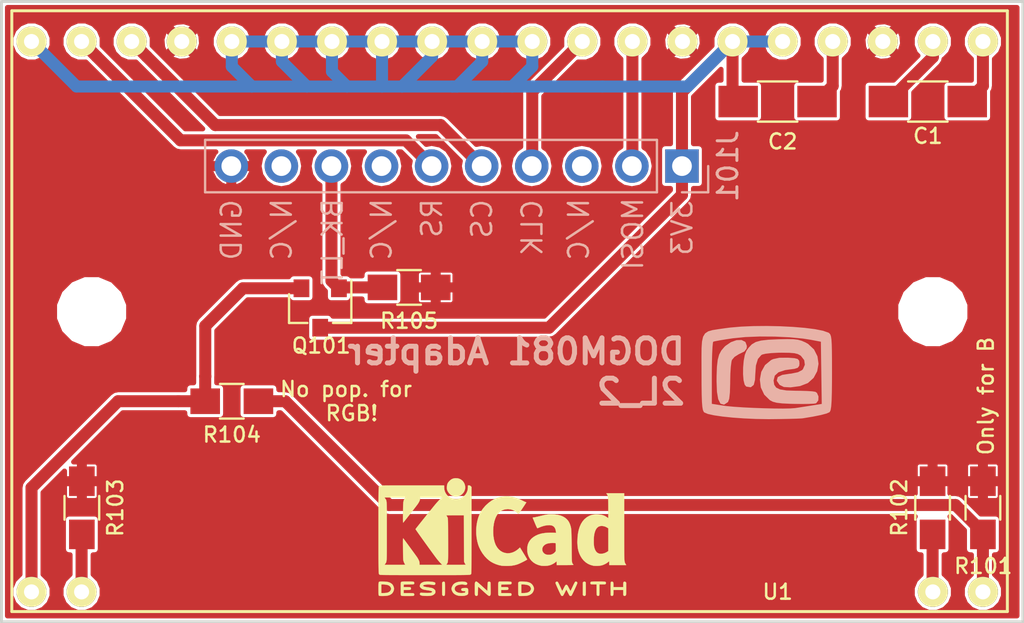
<source format=kicad_pcb>
(kicad_pcb (version 4) (host pcbnew 4.0.7)

  (general
    (links 34)
    (no_connects 0)
    (area 148.260999 70.028999 200.227001 101.675001)
    (thickness 1.6)
    (drawings 27)
    (tracks 83)
    (zones 0)
    (modules 14)
    (nets 15)
  )

  (page A4)
  (layers
    (0 F.Cu signal)
    (31 B.Cu signal)
    (32 B.Adhes user)
    (33 F.Adhes user)
    (34 B.Paste user)
    (35 F.Paste user)
    (36 B.SilkS user)
    (37 F.SilkS user)
    (38 B.Mask user)
    (39 F.Mask user)
    (40 Dwgs.User user)
    (41 Cmts.User user)
    (42 Eco1.User user hide)
    (43 Eco2.User user hide)
    (44 Edge.Cuts user)
    (45 Margin user)
    (46 B.CrtYd user)
    (47 F.CrtYd user)
    (48 B.Fab user)
    (49 F.Fab user hide)
  )

  (setup
    (last_trace_width 0.6096)
    (user_trace_width 0.3048)
    (user_trace_width 0.6096)
    (user_trace_width 1.2192)
    (trace_clearance 0.1524)
    (zone_clearance 0.1016)
    (zone_45_only no)
    (trace_min 0.1524)
    (segment_width 0.2)
    (edge_width 0.15)
    (via_size 0.6858)
    (via_drill 0.3302)
    (via_min_size 0.6858)
    (via_min_drill 0.3302)
    (uvia_size 0.3)
    (uvia_drill 0.1)
    (uvias_allowed no)
    (uvia_min_size 0.2)
    (uvia_min_drill 0.1)
    (pcb_text_width 0.3)
    (pcb_text_size 1.5 1.5)
    (mod_edge_width 0.15)
    (mod_text_size 0.762 0.762)
    (mod_text_width 0.127)
    (pad_size 1.524 1.524)
    (pad_drill 0.762)
    (pad_to_mask_clearance 0)
    (aux_axis_origin 0 0)
    (visible_elements 7FFEFFFF)
    (pcbplotparams
      (layerselection 0x010f0_80000001)
      (usegerberextensions false)
      (excludeedgelayer true)
      (linewidth 0.076200)
      (plotframeref false)
      (viasonmask false)
      (mode 1)
      (useauxorigin false)
      (hpglpennumber 1)
      (hpglpenspeed 20)
      (hpglpendiameter 15)
      (hpglpenoverlay 2)
      (psnegative false)
      (psa4output false)
      (plotreference true)
      (plotvalue true)
      (plotinvisibletext false)
      (padsonsilk false)
      (subtractmaskfromsilk false)
      (outputformat 1)
      (mirror false)
      (drillshape 0)
      (scaleselection 1)
      (outputdirectory gerbers/))
  )

  (net 0 "")
  (net 1 "Net-(C1-Pad1)")
  (net 2 "Net-(C1-Pad2)")
  (net 3 /Vdd)
  (net 4 "Net-(C2-Pad2)")
  (net 5 /MOSI)
  (net 6 /CLK)
  (net 7 /RS)
  (net 8 /CSB)
  (net 9 GND)
  (net 10 /A1_A)
  (net 11 /A2_B)
  (net 12 /C2_G)
  (net 13 /C1_R)
  (net 14 /BACKLIGHT)

  (net_class Default "This is the default net class."
    (clearance 0.1524)
    (trace_width 0.1524)
    (via_dia 0.6858)
    (via_drill 0.3302)
    (uvia_dia 0.3)
    (uvia_drill 0.1)
    (add_net /A1_A)
    (add_net /A2_B)
    (add_net /BACKLIGHT)
    (add_net /C1_R)
    (add_net /C2_G)
    (add_net /CLK)
    (add_net /CSB)
    (add_net /MOSI)
    (add_net /RS)
    (add_net /Vdd)
    (add_net GND)
    (add_net "Net-(C1-Pad1)")
    (add_net "Net-(C1-Pad2)")
    (add_net "Net-(C2-Pad2)")
  )

  (module Mounting_Holes:MountingHole_3.2mm_M3 (layer F.Cu) (tedit 598B28B2) (tstamp 598B28E0)
    (at 195.58 85.852)
    (descr "Mounting Hole 3.2mm, no annular, M3")
    (tags "mounting hole 3.2mm no annular m3")
    (fp_text reference MNT** (at 0 -4.2) (layer Eco1.User) hide
      (effects (font (size 0.762 0.762) (thickness 0.127)))
    )
    (fp_text value MountingHole_3.2mm_M3 (at 0 4.2) (layer F.Fab)
      (effects (font (size 0.762 0.762) (thickness 0.127)))
    )
    (fp_circle (center 0 0) (end 3.2 0) (layer Cmts.User) (width 0.15))
    (fp_circle (center 0 0) (end 3.45 0) (layer F.CrtYd) (width 0.05))
    (pad 1 np_thru_hole circle (at 0 0) (size 3.2 3.2) (drill 3.2) (layers *.Cu *.Mask))
  )

  (module Capacitors_SMD:C_1206_HandSoldering (layer F.Cu) (tedit 58AA84D1) (tstamp 598B25A1)
    (at 195.326 75.184 180)
    (descr "Capacitor SMD 1206, hand soldering")
    (tags "capacitor 1206")
    (path /598B1F2D)
    (attr smd)
    (fp_text reference C1 (at 0 -1.75 180) (layer F.SilkS)
      (effects (font (size 0.762 0.762) (thickness 0.127)))
    )
    (fp_text value 0.1~~1μF (at 0 2 180) (layer F.Fab)
      (effects (font (size 0.762 0.762) (thickness 0.127)))
    )
    (fp_text user %R (at 0 -1.75 180) (layer F.Fab)
      (effects (font (size 0.762 0.762) (thickness 0.127)))
    )
    (fp_line (start -1.6 0.8) (end -1.6 -0.8) (layer F.Fab) (width 0.1))
    (fp_line (start 1.6 0.8) (end -1.6 0.8) (layer F.Fab) (width 0.1))
    (fp_line (start 1.6 -0.8) (end 1.6 0.8) (layer F.Fab) (width 0.1))
    (fp_line (start -1.6 -0.8) (end 1.6 -0.8) (layer F.Fab) (width 0.1))
    (fp_line (start 1 -1.02) (end -1 -1.02) (layer F.SilkS) (width 0.12))
    (fp_line (start -1 1.02) (end 1 1.02) (layer F.SilkS) (width 0.12))
    (fp_line (start -3.25 -1.05) (end 3.25 -1.05) (layer F.CrtYd) (width 0.05))
    (fp_line (start -3.25 -1.05) (end -3.25 1.05) (layer F.CrtYd) (width 0.05))
    (fp_line (start 3.25 1.05) (end 3.25 -1.05) (layer F.CrtYd) (width 0.05))
    (fp_line (start 3.25 1.05) (end -3.25 1.05) (layer F.CrtYd) (width 0.05))
    (pad 1 smd rect (at -2 0 180) (size 2 1.6) (layers F.Cu F.Paste F.Mask)
      (net 1 "Net-(C1-Pad1)"))
    (pad 2 smd rect (at 2 0 180) (size 2 1.6) (layers F.Cu F.Paste F.Mask)
      (net 2 "Net-(C1-Pad2)"))
    (model Capacitors_SMD.3dshapes/C_1206.wrl
      (at (xyz 0 0 0))
      (scale (xyz 1 1 1))
      (rotate (xyz 0 0 0))
    )
  )

  (module Capacitors_SMD:C_1206_HandSoldering (layer F.Cu) (tedit 598B27E6) (tstamp 598B25A7)
    (at 187.706 75.184)
    (descr "Capacitor SMD 1206, hand soldering")
    (tags "capacitor 1206")
    (path /598B1FC7)
    (attr smd)
    (fp_text reference C2 (at 0.254 2.032) (layer F.SilkS)
      (effects (font (size 0.762 0.762) (thickness 0.127)))
    )
    (fp_text value 0.47~~2.2μF (at 0 2) (layer F.Fab)
      (effects (font (size 0.762 0.762) (thickness 0.127)))
    )
    (fp_text user %R (at 0.254 2.032) (layer F.Fab)
      (effects (font (size 0.762 0.762) (thickness 0.127)))
    )
    (fp_line (start -1.6 0.8) (end -1.6 -0.8) (layer F.Fab) (width 0.1))
    (fp_line (start 1.6 0.8) (end -1.6 0.8) (layer F.Fab) (width 0.1))
    (fp_line (start 1.6 -0.8) (end 1.6 0.8) (layer F.Fab) (width 0.1))
    (fp_line (start -1.6 -0.8) (end 1.6 -0.8) (layer F.Fab) (width 0.1))
    (fp_line (start 1 -1.02) (end -1 -1.02) (layer F.SilkS) (width 0.12))
    (fp_line (start -1 1.02) (end 1 1.02) (layer F.SilkS) (width 0.12))
    (fp_line (start -3.25 -1.05) (end 3.25 -1.05) (layer F.CrtYd) (width 0.05))
    (fp_line (start -3.25 -1.05) (end -3.25 1.05) (layer F.CrtYd) (width 0.05))
    (fp_line (start 3.25 1.05) (end 3.25 -1.05) (layer F.CrtYd) (width 0.05))
    (fp_line (start 3.25 1.05) (end -3.25 1.05) (layer F.CrtYd) (width 0.05))
    (pad 1 smd rect (at -2 0) (size 2 1.6) (layers F.Cu F.Paste F.Mask)
      (net 3 /Vdd))
    (pad 2 smd rect (at 2 0) (size 2 1.6) (layers F.Cu F.Paste F.Mask)
      (net 4 "Net-(C2-Pad2)"))
    (model Capacitors_SMD.3dshapes/C_1206.wrl
      (at (xyz 0 0 0))
      (scale (xyz 1 1 1))
      (rotate (xyz 0 0 0))
    )
  )

  (module DisplayAdapter_DOGM081_Symbols:EA_DOGM081x-A (layer F.Cu) (tedit 598B380B) (tstamp 598B25CD)
    (at 149.86 100.076)
    (path /598B1EF0)
    (fp_text reference U1 (at 37.846 0) (layer F.SilkS)
      (effects (font (size 0.762 0.762) (thickness 0.127)))
    )
    (fp_text value EA_DOGMxxx-A (at 25 -17) (layer F.Fab)
      (effects (font (size 0.762 0.762) (thickness 0.127)))
    )
    (fp_line (start -1 -29.5) (end -1 1) (layer F.SilkS) (width 0.15))
    (fp_line (start -1 1) (end 49.5 1) (layer F.SilkS) (width 0.15))
    (fp_line (start 49.5 1) (end 49.5 -29.5) (layer F.SilkS) (width 0.15))
    (fp_line (start 49.5 -29.5) (end -1 -29.5) (layer F.SilkS) (width 0.15))
    (pad 1 thru_hole circle (at 0 0) (size 1.524 1.524) (drill 0.762) (layers *.Cu *.Mask F.SilkS)
      (net 10 /A1_A))
    (pad 2 thru_hole circle (at 2.54 0) (size 1.524 1.524) (drill 0.762) (layers *.Cu *.Mask F.SilkS)
      (net 13 /C1_R))
    (pad 19 thru_hole circle (at 45.72 0) (size 1.524 1.524) (drill 0.762) (layers *.Cu *.Mask F.SilkS)
      (net 12 /C2_G))
    (pad 20 thru_hole circle (at 48.26 0) (size 1.524 1.524) (drill 0.762) (layers *.Cu *.Mask F.SilkS)
      (net 11 /A2_B))
    (pad 21 thru_hole circle (at 48.26 -27.94) (size 1.524 1.524) (drill 0.762) (layers *.Cu *.Mask F.SilkS)
      (net 1 "Net-(C1-Pad1)"))
    (pad 22 thru_hole circle (at 45.72 -27.94) (size 1.524 1.524) (drill 0.762) (layers *.Cu *.Mask F.SilkS)
      (net 2 "Net-(C1-Pad2)"))
    (pad 23 thru_hole circle (at 43.18 -27.94) (size 1.524 1.524) (drill 0.762) (layers *.Cu *.Mask F.SilkS)
      (net 9 GND))
    (pad 24 thru_hole circle (at 40.64 -27.94) (size 1.524 1.524) (drill 0.762) (layers *.Cu *.Mask F.SilkS)
      (net 4 "Net-(C2-Pad2)"))
    (pad 25 thru_hole circle (at 38.1 -27.94) (size 1.524 1.524) (drill 0.762) (layers *.Cu *.Mask F.SilkS)
      (net 3 /Vdd))
    (pad 26 thru_hole circle (at 35.56 -27.94) (size 1.524 1.524) (drill 0.762) (layers *.Cu *.Mask F.SilkS)
      (net 3 /Vdd))
    (pad 27 thru_hole circle (at 33.02 -27.94) (size 1.524 1.524) (drill 0.762) (layers *.Cu *.Mask F.SilkS)
      (net 9 GND))
    (pad 28 thru_hole circle (at 30.48 -27.94) (size 1.524 1.524) (drill 0.762) (layers *.Cu *.Mask F.SilkS)
      (net 5 /MOSI))
    (pad 29 thru_hole circle (at 27.94 -27.94) (size 1.524 1.524) (drill 0.762) (layers *.Cu *.Mask F.SilkS)
      (net 6 /CLK))
    (pad 30 thru_hole circle (at 25.4 -27.94) (size 1.524 1.524) (drill 0.762) (layers *.Cu *.Mask F.SilkS)
      (net 3 /Vdd))
    (pad 31 thru_hole circle (at 22.86 -27.94) (size 1.524 1.524) (drill 0.762) (layers *.Cu *.Mask F.SilkS)
      (net 3 /Vdd))
    (pad 32 thru_hole circle (at 20.32 -27.94) (size 1.524 1.524) (drill 0.762) (layers *.Cu *.Mask F.SilkS)
      (net 3 /Vdd))
    (pad 33 thru_hole circle (at 17.78 -27.94) (size 1.524 1.524) (drill 0.762) (layers *.Cu *.Mask F.SilkS)
      (net 3 /Vdd))
    (pad 34 thru_hole circle (at 15.24 -27.94) (size 1.524 1.524) (drill 0.762) (layers *.Cu *.Mask F.SilkS)
      (net 3 /Vdd))
    (pad 35 thru_hole circle (at 12.7 -27.94) (size 1.524 1.524) (drill 0.762) (layers *.Cu *.Mask F.SilkS)
      (net 3 /Vdd))
    (pad 36 thru_hole circle (at 10.16 -27.94) (size 1.524 1.524) (drill 0.762) (layers *.Cu *.Mask F.SilkS)
      (net 3 /Vdd))
    (pad 37 thru_hole circle (at 7.62 -27.94) (size 1.524 1.524) (drill 0.762) (layers *.Cu *.Mask F.SilkS)
      (net 9 GND))
    (pad 38 thru_hole circle (at 5.08 -27.94) (size 1.524 1.524) (drill 0.762) (layers *.Cu *.Mask F.SilkS)
      (net 8 /CSB))
    (pad 39 thru_hole circle (at 2.54 -27.94) (size 1.524 1.524) (drill 0.762) (layers *.Cu *.Mask F.SilkS)
      (net 7 /RS))
    (pad 40 thru_hole circle (at 0 -27.94) (size 1.524 1.524) (drill 0.762) (layers *.Cu *.Mask F.SilkS)
      (net 3 /Vdd))
  )

  (module Mounting_Holes:MountingHole_3.2mm_M3 (layer F.Cu) (tedit 598B28B2) (tstamp 598B2827)
    (at 152.908 85.852)
    (descr "Mounting Hole 3.2mm, no annular, M3")
    (tags "mounting hole 3.2mm no annular m3")
    (fp_text reference MNT** (at 0 -4.2) (layer Eco1.User) hide
      (effects (font (size 0.762 0.762) (thickness 0.127)))
    )
    (fp_text value MountingHole_3.2mm_M3 (at 0 4.2) (layer F.Fab)
      (effects (font (size 0.762 0.762) (thickness 0.127)))
    )
    (fp_circle (center 0 0) (end 3.2 0) (layer Cmts.User) (width 0.15))
    (fp_circle (center 0 0) (end 3.45 0) (layer F.CrtYd) (width 0.05))
    (pad 1 np_thru_hole circle (at 0 0) (size 3.2 3.2) (drill 3.2) (layers *.Cu *.Mask))
  )

  (module Symbols:KiCad-Logo2_6mm_SilkScreen (layer F.Cu) (tedit 0) (tstamp 598B2B70)
    (at 173.736 97.282)
    (descr "KiCad Logo")
    (tags "Logo KiCad")
    (attr virtual)
    (fp_text reference REF*** (at 0 0) (layer F.SilkS) hide
      (effects (font (size 0.762 0.762) (thickness 0.127)))
    )
    (fp_text value KiCad-Logo2_6mm_SilkScreen (at 0.75 0) (layer F.Fab) hide
      (effects (font (size 0.762 0.762) (thickness 0.127)))
    )
    (fp_poly (pts (xy -6.121371 2.269066) (xy -6.081889 2.269467) (xy -5.9662 2.272259) (xy -5.869311 2.28055)
      (xy -5.787919 2.295232) (xy -5.718723 2.317193) (xy -5.65842 2.347322) (xy -5.603708 2.38651)
      (xy -5.584167 2.403532) (xy -5.55175 2.443363) (xy -5.52252 2.497413) (xy -5.499991 2.557323)
      (xy -5.487679 2.614739) (xy -5.4864 2.635956) (xy -5.494417 2.694769) (xy -5.515899 2.759013)
      (xy -5.546999 2.819821) (xy -5.583866 2.86833) (xy -5.589854 2.874182) (xy -5.640579 2.915321)
      (xy -5.696125 2.947435) (xy -5.759696 2.971365) (xy -5.834494 2.987953) (xy -5.923722 2.998041)
      (xy -6.030582 3.002469) (xy -6.079528 3.002845) (xy -6.141762 3.002545) (xy -6.185528 3.001292)
      (xy -6.214931 2.998554) (xy -6.234079 2.993801) (xy -6.247077 2.986501) (xy -6.254045 2.980267)
      (xy -6.260626 2.972694) (xy -6.265788 2.962924) (xy -6.269703 2.94834) (xy -6.272543 2.926326)
      (xy -6.27448 2.894264) (xy -6.275684 2.849536) (xy -6.276328 2.789526) (xy -6.276583 2.711617)
      (xy -6.276622 2.635956) (xy -6.27687 2.535041) (xy -6.276817 2.454427) (xy -6.275857 2.415822)
      (xy -6.129867 2.415822) (xy -6.129867 2.856089) (xy -6.036734 2.856004) (xy -5.980693 2.854396)
      (xy -5.921999 2.850256) (xy -5.873028 2.844464) (xy -5.871538 2.844226) (xy -5.792392 2.82509)
      (xy -5.731002 2.795287) (xy -5.684305 2.752878) (xy -5.654635 2.706961) (xy -5.636353 2.656026)
      (xy -5.637771 2.6082) (xy -5.658988 2.556933) (xy -5.700489 2.503899) (xy -5.757998 2.4646)
      (xy -5.83275 2.438331) (xy -5.882708 2.429035) (xy -5.939416 2.422507) (xy -5.999519 2.417782)
      (xy -6.050639 2.415817) (xy -6.053667 2.415808) (xy -6.129867 2.415822) (xy -6.275857 2.415822)
      (xy -6.27526 2.391851) (xy -6.270998 2.345055) (xy -6.26283 2.311778) (xy -6.249556 2.289759)
      (xy -6.229974 2.276739) (xy -6.202883 2.270457) (xy -6.167082 2.268653) (xy -6.121371 2.269066)) (layer F.SilkS) (width 0.01))
    (fp_poly (pts (xy -4.712794 2.269146) (xy -4.643386 2.269518) (xy -4.590997 2.270385) (xy -4.552847 2.271946)
      (xy -4.526159 2.274403) (xy -4.508153 2.277957) (xy -4.496049 2.28281) (xy -4.487069 2.289161)
      (xy -4.483818 2.292084) (xy -4.464043 2.323142) (xy -4.460482 2.358828) (xy -4.473491 2.39051)
      (xy -4.479506 2.396913) (xy -4.489235 2.403121) (xy -4.504901 2.40791) (xy -4.529408 2.411514)
      (xy -4.565661 2.414164) (xy -4.616565 2.416095) (xy -4.685026 2.417539) (xy -4.747617 2.418418)
      (xy -4.995334 2.421467) (xy -4.998719 2.486378) (xy -5.002105 2.551289) (xy -4.833958 2.551289)
      (xy -4.760959 2.551919) (xy -4.707517 2.554553) (xy -4.670628 2.560309) (xy -4.647288 2.570304)
      (xy -4.634494 2.585656) (xy -4.629242 2.607482) (xy -4.628445 2.627738) (xy -4.630923 2.652592)
      (xy -4.640277 2.670906) (xy -4.659383 2.683637) (xy -4.691118 2.691741) (xy -4.738359 2.696176)
      (xy -4.803983 2.697899) (xy -4.839801 2.698045) (xy -5.000978 2.698045) (xy -5.000978 2.856089)
      (xy -4.752622 2.856089) (xy -4.671213 2.856202) (xy -4.609342 2.856712) (xy -4.563968 2.85787)
      (xy -4.532054 2.85993) (xy -4.510559 2.863146) (xy -4.496443 2.867772) (xy -4.486668 2.874059)
      (xy -4.481689 2.878667) (xy -4.46461 2.90556) (xy -4.459111 2.929467) (xy -4.466963 2.958667)
      (xy -4.481689 2.980267) (xy -4.489546 2.987066) (xy -4.499688 2.992346) (xy -4.514844 2.996298)
      (xy -4.537741 2.999113) (xy -4.571109 3.000982) (xy -4.617675 3.002098) (xy -4.680167 3.002651)
      (xy -4.761314 3.002833) (xy -4.803422 3.002845) (xy -4.893598 3.002765) (xy -4.963924 3.002398)
      (xy -5.017129 3.001552) (xy -5.05594 3.000036) (xy -5.083087 2.997659) (xy -5.101298 2.994229)
      (xy -5.1133 2.989554) (xy -5.121822 2.983444) (xy -5.125156 2.980267) (xy -5.131755 2.97267)
      (xy -5.136927 2.96287) (xy -5.140846 2.948239) (xy -5.143684 2.926152) (xy -5.145615 2.893982)
      (xy -5.146812 2.849103) (xy -5.147448 2.788889) (xy -5.147697 2.710713) (xy -5.147734 2.637923)
      (xy -5.1477 2.544707) (xy -5.147465 2.471431) (xy -5.14683 2.415458) (xy -5.145594 2.374151)
      (xy -5.143556 2.344872) (xy -5.140517 2.324984) (xy -5.136277 2.31185) (xy -5.130635 2.302832)
      (xy -5.123391 2.295293) (xy -5.121606 2.293612) (xy -5.112945 2.286172) (xy -5.102882 2.280409)
      (xy -5.088625 2.276112) (xy -5.067383 2.273064) (xy -5.036364 2.271051) (xy -4.992777 2.26986)
      (xy -4.933831 2.269275) (xy -4.856734 2.269083) (xy -4.802001 2.269067) (xy -4.712794 2.269146)) (layer F.SilkS) (width 0.01))
    (fp_poly (pts (xy -3.691703 2.270351) (xy -3.616888 2.275581) (xy -3.547306 2.28375) (xy -3.487002 2.29455)
      (xy -3.44002 2.307673) (xy -3.410406 2.322813) (xy -3.40586 2.327269) (xy -3.390054 2.36185)
      (xy -3.394847 2.397351) (xy -3.419364 2.427725) (xy -3.420534 2.428596) (xy -3.434954 2.437954)
      (xy -3.450008 2.442876) (xy -3.471005 2.443473) (xy -3.503257 2.439861) (xy -3.552073 2.432154)
      (xy -3.556 2.431505) (xy -3.628739 2.422569) (xy -3.707217 2.418161) (xy -3.785927 2.418119)
      (xy -3.859361 2.422279) (xy -3.922011 2.430479) (xy -3.96837 2.442557) (xy -3.971416 2.443771)
      (xy -4.005048 2.462615) (xy -4.016864 2.481685) (xy -4.007614 2.500439) (xy -3.978047 2.518337)
      (xy -3.928911 2.534837) (xy -3.860957 2.549396) (xy -3.815645 2.556406) (xy -3.721456 2.569889)
      (xy -3.646544 2.582214) (xy -3.587717 2.594449) (xy -3.541785 2.607661) (xy -3.505555 2.622917)
      (xy -3.475838 2.641285) (xy -3.449442 2.663831) (xy -3.42823 2.685971) (xy -3.403065 2.716819)
      (xy -3.390681 2.743345) (xy -3.386808 2.776026) (xy -3.386667 2.787995) (xy -3.389576 2.827712)
      (xy -3.401202 2.857259) (xy -3.421323 2.883486) (xy -3.462216 2.923576) (xy -3.507817 2.954149)
      (xy -3.561513 2.976203) (xy -3.626692 2.990735) (xy -3.706744 2.998741) (xy -3.805057 3.001218)
      (xy -3.821289 3.001177) (xy -3.886849 2.999818) (xy -3.951866 2.99673) (xy -4.009252 2.992356)
      (xy -4.051922 2.98714) (xy -4.055372 2.986541) (xy -4.097796 2.976491) (xy -4.13378 2.963796)
      (xy -4.15415 2.95219) (xy -4.173107 2.921572) (xy -4.174427 2.885918) (xy -4.158085 2.854144)
      (xy -4.154429 2.850551) (xy -4.139315 2.839876) (xy -4.120415 2.835276) (xy -4.091162 2.836059)
      (xy -4.055651 2.840127) (xy -4.01597 2.843762) (xy -3.960345 2.846828) (xy -3.895406 2.849053)
      (xy -3.827785 2.850164) (xy -3.81 2.850237) (xy -3.742128 2.849964) (xy -3.692454 2.848646)
      (xy -3.65661 2.845827) (xy -3.630224 2.84105) (xy -3.608926 2.833857) (xy -3.596126 2.827867)
      (xy -3.568 2.811233) (xy -3.550068 2.796168) (xy -3.547447 2.791897) (xy -3.552976 2.774263)
      (xy -3.57926 2.757192) (xy -3.624478 2.741458) (xy -3.686808 2.727838) (xy -3.705171 2.724804)
      (xy -3.80109 2.709738) (xy -3.877641 2.697146) (xy -3.93778 2.686111) (xy -3.98446 2.67572)
      (xy -4.020637 2.665056) (xy -4.049265 2.653205) (xy -4.073298 2.639251) (xy -4.095692 2.622281)
      (xy -4.119402 2.601378) (xy -4.12738 2.594049) (xy -4.155353 2.566699) (xy -4.17016 2.545029)
      (xy -4.175952 2.520232) (xy -4.176889 2.488983) (xy -4.166575 2.427705) (xy -4.135752 2.37564)
      (xy -4.084595 2.332958) (xy -4.013283 2.299825) (xy -3.9624 2.284964) (xy -3.9071 2.275366)
      (xy -3.840853 2.269936) (xy -3.767706 2.268367) (xy -3.691703 2.270351)) (layer F.SilkS) (width 0.01))
    (fp_poly (pts (xy -2.923822 2.291645) (xy -2.917242 2.299218) (xy -2.912079 2.308987) (xy -2.908164 2.323571)
      (xy -2.905324 2.345585) (xy -2.903387 2.377648) (xy -2.902183 2.422375) (xy -2.901539 2.482385)
      (xy -2.901284 2.560294) (xy -2.901245 2.635956) (xy -2.901314 2.729802) (xy -2.901638 2.803689)
      (xy -2.902386 2.860232) (xy -2.903732 2.902049) (xy -2.905846 2.931757) (xy -2.9089 2.951973)
      (xy -2.913066 2.965314) (xy -2.918516 2.974398) (xy -2.923822 2.980267) (xy -2.956826 2.999947)
      (xy -2.991991 2.998181) (xy -3.023455 2.976717) (xy -3.030684 2.968337) (xy -3.036334 2.958614)
      (xy -3.040599 2.944861) (xy -3.043673 2.924389) (xy -3.045752 2.894512) (xy -3.04703 2.852541)
      (xy -3.047701 2.795789) (xy -3.047959 2.721567) (xy -3.048 2.637537) (xy -3.048 2.324485)
      (xy -3.020291 2.296776) (xy -2.986137 2.273463) (xy -2.953006 2.272623) (xy -2.923822 2.291645)) (layer F.SilkS) (width 0.01))
    (fp_poly (pts (xy -1.950081 2.274599) (xy -1.881565 2.286095) (xy -1.828943 2.303967) (xy -1.794708 2.327499)
      (xy -1.785379 2.340924) (xy -1.775893 2.372148) (xy -1.782277 2.400395) (xy -1.80243 2.427182)
      (xy -1.833745 2.439713) (xy -1.879183 2.438696) (xy -1.914326 2.431906) (xy -1.992419 2.418971)
      (xy -2.072226 2.417742) (xy -2.161555 2.428241) (xy -2.186229 2.43269) (xy -2.269291 2.456108)
      (xy -2.334273 2.490945) (xy -2.380461 2.536604) (xy -2.407145 2.592494) (xy -2.412663 2.621388)
      (xy -2.409051 2.680012) (xy -2.385729 2.731879) (xy -2.344824 2.775978) (xy -2.288459 2.811299)
      (xy -2.21876 2.836829) (xy -2.137852 2.851559) (xy -2.04786 2.854478) (xy -1.95091 2.844575)
      (xy -1.945436 2.843641) (xy -1.906875 2.836459) (xy -1.885494 2.829521) (xy -1.876227 2.819227)
      (xy -1.874006 2.801976) (xy -1.873956 2.792841) (xy -1.873956 2.754489) (xy -1.942431 2.754489)
      (xy -2.0029 2.750347) (xy -2.044165 2.737147) (xy -2.068175 2.71373) (xy -2.076877 2.678936)
      (xy -2.076983 2.674394) (xy -2.071892 2.644654) (xy -2.054433 2.623419) (xy -2.021939 2.609366)
      (xy -1.971743 2.601173) (xy -1.923123 2.598161) (xy -1.852456 2.596433) (xy -1.801198 2.59907)
      (xy -1.766239 2.6088) (xy -1.74447 2.628353) (xy -1.73278 2.660456) (xy -1.72806 2.707838)
      (xy -1.7272 2.770071) (xy -1.728609 2.839535) (xy -1.732848 2.886786) (xy -1.739936 2.912012)
      (xy -1.741311 2.913988) (xy -1.780228 2.945508) (xy -1.837286 2.97047) (xy -1.908869 2.98834)
      (xy -1.991358 2.998586) (xy -2.081139 3.000673) (xy -2.174592 2.994068) (xy -2.229556 2.985956)
      (xy -2.315766 2.961554) (xy -2.395892 2.921662) (xy -2.462977 2.869887) (xy -2.473173 2.859539)
      (xy -2.506302 2.816035) (xy -2.536194 2.762118) (xy -2.559357 2.705592) (xy -2.572298 2.654259)
      (xy -2.573858 2.634544) (xy -2.567218 2.593419) (xy -2.549568 2.542252) (xy -2.524297 2.488394)
      (xy -2.494789 2.439195) (xy -2.468719 2.406334) (xy -2.407765 2.357452) (xy -2.328969 2.318545)
      (xy -2.235157 2.290494) (xy -2.12915 2.274179) (xy -2.032 2.270192) (xy -1.950081 2.274599)) (layer F.SilkS) (width 0.01))
    (fp_poly (pts (xy -1.300114 2.273448) (xy -1.276548 2.287273) (xy -1.245735 2.309881) (xy -1.206078 2.342338)
      (xy -1.15598 2.385708) (xy -1.093843 2.441058) (xy -1.018072 2.509451) (xy -0.931334 2.588084)
      (xy -0.750711 2.751878) (xy -0.745067 2.532029) (xy -0.743029 2.456351) (xy -0.741063 2.399994)
      (xy -0.738734 2.359706) (xy -0.735606 2.332235) (xy -0.731245 2.314329) (xy -0.725216 2.302737)
      (xy -0.717084 2.294208) (xy -0.712772 2.290623) (xy -0.678241 2.27167) (xy -0.645383 2.274441)
      (xy -0.619318 2.290633) (xy -0.592667 2.312199) (xy -0.589352 2.627151) (xy -0.588435 2.719779)
      (xy -0.587968 2.792544) (xy -0.588113 2.848161) (xy -0.589032 2.889342) (xy -0.590887 2.918803)
      (xy -0.593839 2.939255) (xy -0.59805 2.953413) (xy -0.603682 2.963991) (xy -0.609927 2.972474)
      (xy -0.623439 2.988207) (xy -0.636883 2.998636) (xy -0.652124 3.002639) (xy -0.671026 2.999094)
      (xy -0.695455 2.986879) (xy -0.727273 2.964871) (xy -0.768348 2.931949) (xy -0.820542 2.886991)
      (xy -0.885722 2.828875) (xy -0.959556 2.762099) (xy -1.224845 2.521458) (xy -1.230489 2.740589)
      (xy -1.232531 2.816128) (xy -1.234502 2.872354) (xy -1.236839 2.912524) (xy -1.239981 2.939896)
      (xy -1.244364 2.957728) (xy -1.250424 2.969279) (xy -1.2586 2.977807) (xy -1.262784 2.981282)
      (xy -1.299765 3.000372) (xy -1.334708 2.997493) (xy -1.365136 2.9731) (xy -1.372097 2.963286)
      (xy -1.377523 2.951826) (xy -1.381603 2.935968) (xy -1.384529 2.912963) (xy -1.386492 2.880062)
      (xy -1.387683 2.834516) (xy -1.388292 2.773573) (xy -1.388511 2.694486) (xy -1.388534 2.635956)
      (xy -1.38846 2.544407) (xy -1.388113 2.472687) (xy -1.387301 2.418045) (xy -1.385833 2.377732)
      (xy -1.383519 2.348998) (xy -1.380167 2.329093) (xy -1.375588 2.315268) (xy -1.369589 2.304772)
      (xy -1.365136 2.298811) (xy -1.35385 2.284691) (xy -1.343301 2.274029) (xy -1.331893 2.267892)
      (xy -1.31803 2.267343) (xy -1.300114 2.273448)) (layer F.SilkS) (width 0.01))
    (fp_poly (pts (xy 0.230343 2.26926) (xy 0.306701 2.270174) (xy 0.365217 2.272311) (xy 0.408255 2.276175)
      (xy 0.438183 2.282267) (xy 0.457368 2.29109) (xy 0.468176 2.303146) (xy 0.472973 2.318939)
      (xy 0.474127 2.33897) (xy 0.474133 2.341335) (xy 0.473131 2.363992) (xy 0.468396 2.381503)
      (xy 0.457333 2.394574) (xy 0.437348 2.403913) (xy 0.405846 2.410227) (xy 0.360232 2.414222)
      (xy 0.297913 2.416606) (xy 0.216293 2.418086) (xy 0.191277 2.418414) (xy -0.0508 2.421467)
      (xy -0.054186 2.486378) (xy -0.057571 2.551289) (xy 0.110576 2.551289) (xy 0.176266 2.551531)
      (xy 0.223172 2.552556) (xy 0.255083 2.554811) (xy 0.275791 2.558742) (xy 0.289084 2.564798)
      (xy 0.298755 2.573424) (xy 0.298817 2.573493) (xy 0.316356 2.607112) (xy 0.315722 2.643448)
      (xy 0.297314 2.674423) (xy 0.293671 2.677607) (xy 0.280741 2.685812) (xy 0.263024 2.691521)
      (xy 0.23657 2.695162) (xy 0.197432 2.697167) (xy 0.141662 2.697964) (xy 0.105994 2.698045)
      (xy -0.056445 2.698045) (xy -0.056445 2.856089) (xy 0.190161 2.856089) (xy 0.27158 2.856231)
      (xy 0.33341 2.856814) (xy 0.378637 2.858068) (xy 0.410248 2.860227) (xy 0.431231 2.863523)
      (xy 0.444573 2.868189) (xy 0.453261 2.874457) (xy 0.45545 2.876733) (xy 0.471614 2.90828)
      (xy 0.472797 2.944168) (xy 0.459536 2.975285) (xy 0.449043 2.985271) (xy 0.438129 2.990769)
      (xy 0.421217 2.995022) (xy 0.395633 2.99818) (xy 0.358701 3.000392) (xy 0.307746 3.001806)
      (xy 0.240094 3.002572) (xy 0.153069 3.002838) (xy 0.133394 3.002845) (xy 0.044911 3.002787)
      (xy -0.023773 3.002467) (xy -0.075436 3.001667) (xy -0.112855 3.000167) (xy -0.13881 2.997749)
      (xy -0.156078 2.994194) (xy -0.167438 2.989282) (xy -0.175668 2.982795) (xy -0.180183 2.978138)
      (xy -0.186979 2.969889) (xy -0.192288 2.959669) (xy -0.196294 2.9448) (xy -0.199179 2.922602)
      (xy -0.201126 2.890393) (xy -0.202319 2.845496) (xy -0.202939 2.785228) (xy -0.203171 2.706911)
      (xy -0.2032 2.640994) (xy -0.203129 2.548628) (xy -0.202792 2.476117) (xy -0.202002 2.420737)
      (xy -0.200574 2.379765) (xy -0.198321 2.350478) (xy -0.195057 2.330153) (xy -0.190596 2.316066)
      (xy -0.184752 2.305495) (xy -0.179803 2.298811) (xy -0.156406 2.269067) (xy 0.133774 2.269067)
      (xy 0.230343 2.26926)) (layer F.SilkS) (width 0.01))
    (fp_poly (pts (xy 1.018309 2.269275) (xy 1.147288 2.273636) (xy 1.256991 2.286861) (xy 1.349226 2.309741)
      (xy 1.425802 2.34307) (xy 1.488527 2.387638) (xy 1.539212 2.444236) (xy 1.579663 2.513658)
      (xy 1.580459 2.515351) (xy 1.604601 2.577483) (xy 1.613203 2.632509) (xy 1.606231 2.687887)
      (xy 1.583654 2.751073) (xy 1.579372 2.760689) (xy 1.550172 2.816966) (xy 1.517356 2.860451)
      (xy 1.475002 2.897417) (xy 1.41719 2.934135) (xy 1.413831 2.936052) (xy 1.363504 2.960227)
      (xy 1.306621 2.978282) (xy 1.239527 2.990839) (xy 1.158565 2.998522) (xy 1.060082 3.001953)
      (xy 1.025286 3.002251) (xy 0.859594 3.002845) (xy 0.836197 2.9731) (xy 0.829257 2.963319)
      (xy 0.823842 2.951897) (xy 0.819765 2.936095) (xy 0.816837 2.913175) (xy 0.814867 2.880396)
      (xy 0.814225 2.856089) (xy 0.970844 2.856089) (xy 1.064726 2.856089) (xy 1.119664 2.854483)
      (xy 1.17606 2.850255) (xy 1.222345 2.844292) (xy 1.225139 2.84379) (xy 1.307348 2.821736)
      (xy 1.371114 2.7886) (xy 1.418452 2.742847) (xy 1.451382 2.682939) (xy 1.457108 2.667061)
      (xy 1.462721 2.642333) (xy 1.460291 2.617902) (xy 1.448467 2.5854) (xy 1.44134 2.569434)
      (xy 1.418 2.527006) (xy 1.38988 2.49724) (xy 1.35894 2.476511) (xy 1.296966 2.449537)
      (xy 1.217651 2.429998) (xy 1.125253 2.418746) (xy 1.058333 2.41627) (xy 0.970844 2.415822)
      (xy 0.970844 2.856089) (xy 0.814225 2.856089) (xy 0.813668 2.835021) (xy 0.81305 2.774311)
      (xy 0.812825 2.695526) (xy 0.8128 2.63392) (xy 0.8128 2.324485) (xy 0.840509 2.296776)
      (xy 0.852806 2.285544) (xy 0.866103 2.277853) (xy 0.884672 2.27304) (xy 0.912786 2.270446)
      (xy 0.954717 2.26941) (xy 1.014737 2.26927) (xy 1.018309 2.269275)) (layer F.SilkS) (width 0.01))
    (fp_poly (pts (xy 3.744665 2.271034) (xy 3.764255 2.278035) (xy 3.76501 2.278377) (xy 3.791613 2.298678)
      (xy 3.80627 2.319561) (xy 3.809138 2.329352) (xy 3.808996 2.342361) (xy 3.804961 2.360895)
      (xy 3.796146 2.387257) (xy 3.781669 2.423752) (xy 3.760645 2.472687) (xy 3.732188 2.536365)
      (xy 3.695415 2.617093) (xy 3.675175 2.661216) (xy 3.638625 2.739985) (xy 3.604315 2.812423)
      (xy 3.573552 2.87588) (xy 3.547648 2.927708) (xy 3.52791 2.965259) (xy 3.51565 2.985884)
      (xy 3.513224 2.988733) (xy 3.482183 3.001302) (xy 3.447121 2.999619) (xy 3.419 2.984332)
      (xy 3.417854 2.983089) (xy 3.406668 2.966154) (xy 3.387904 2.93317) (xy 3.363875 2.88838)
      (xy 3.336897 2.836032) (xy 3.327201 2.816742) (xy 3.254014 2.67015) (xy 3.17424 2.829393)
      (xy 3.145767 2.884415) (xy 3.11935 2.932132) (xy 3.097148 2.968893) (xy 3.081319 2.991044)
      (xy 3.075954 2.995741) (xy 3.034257 3.002102) (xy 2.999849 2.988733) (xy 2.989728 2.974446)
      (xy 2.972214 2.942692) (xy 2.948735 2.896597) (xy 2.92072 2.839285) (xy 2.889599 2.77388)
      (xy 2.856799 2.703507) (xy 2.82375 2.631291) (xy 2.791881 2.560355) (xy 2.762619 2.493825)
      (xy 2.737395 2.434826) (xy 2.717636 2.386481) (xy 2.704772 2.351915) (xy 2.700231 2.334253)
      (xy 2.700277 2.333613) (xy 2.711326 2.311388) (xy 2.73341 2.288753) (xy 2.73471 2.287768)
      (xy 2.761853 2.272425) (xy 2.786958 2.272574) (xy 2.796368 2.275466) (xy 2.807834 2.281718)
      (xy 2.82001 2.294014) (xy 2.834357 2.314908) (xy 2.852336 2.346949) (xy 2.875407 2.392688)
      (xy 2.90503 2.454677) (xy 2.931745 2.511898) (xy 2.96248 2.578226) (xy 2.990021 2.637874)
      (xy 3.012938 2.687725) (xy 3.029798 2.724664) (xy 3.039173 2.745573) (xy 3.04054 2.748845)
      (xy 3.046689 2.743497) (xy 3.060822 2.721109) (xy 3.081057 2.684946) (xy 3.105515 2.638277)
      (xy 3.115248 2.619022) (xy 3.148217 2.554004) (xy 3.173643 2.506654) (xy 3.193612 2.474219)
      (xy 3.21021 2.453946) (xy 3.225524 2.443082) (xy 3.24164 2.438875) (xy 3.252143 2.4384)
      (xy 3.27067 2.440042) (xy 3.286904 2.446831) (xy 3.303035 2.461566) (xy 3.321251 2.487044)
      (xy 3.343739 2.526061) (xy 3.372689 2.581414) (xy 3.388662 2.612903) (xy 3.41457 2.663087)
      (xy 3.437167 2.704704) (xy 3.454458 2.734242) (xy 3.46445 2.748189) (xy 3.465809 2.74877)
      (xy 3.472261 2.737793) (xy 3.486708 2.70929) (xy 3.507703 2.666244) (xy 3.533797 2.611638)
      (xy 3.563546 2.548454) (xy 3.57818 2.517071) (xy 3.61625 2.436078) (xy 3.646905 2.373756)
      (xy 3.671737 2.328071) (xy 3.692337 2.296989) (xy 3.710298 2.278478) (xy 3.72721 2.270504)
      (xy 3.744665 2.271034)) (layer F.SilkS) (width 0.01))
    (fp_poly (pts (xy 4.188614 2.275877) (xy 4.212327 2.290647) (xy 4.238978 2.312227) (xy 4.238978 2.633773)
      (xy 4.238893 2.72783) (xy 4.238529 2.801932) (xy 4.237724 2.858704) (xy 4.236313 2.900768)
      (xy 4.234133 2.930748) (xy 4.231021 2.951267) (xy 4.226814 2.964949) (xy 4.221348 2.974416)
      (xy 4.217472 2.979082) (xy 4.186034 2.999575) (xy 4.150233 2.998739) (xy 4.118873 2.981264)
      (xy 4.092222 2.959684) (xy 4.092222 2.312227) (xy 4.118873 2.290647) (xy 4.144594 2.274949)
      (xy 4.1656 2.269067) (xy 4.188614 2.275877)) (layer F.SilkS) (width 0.01))
    (fp_poly (pts (xy 4.963065 2.269163) (xy 5.041772 2.269542) (xy 5.102863 2.270333) (xy 5.148817 2.27167)
      (xy 5.182114 2.273683) (xy 5.205236 2.276506) (xy 5.220662 2.280269) (xy 5.230871 2.285105)
      (xy 5.235813 2.288822) (xy 5.261457 2.321358) (xy 5.264559 2.355138) (xy 5.248711 2.385826)
      (xy 5.238348 2.398089) (xy 5.227196 2.40645) (xy 5.211035 2.411657) (xy 5.185642 2.414457)
      (xy 5.146798 2.415596) (xy 5.09028 2.415821) (xy 5.07918 2.415822) (xy 4.933244 2.415822)
      (xy 4.933244 2.686756) (xy 4.933148 2.772154) (xy 4.932711 2.837864) (xy 4.931712 2.886774)
      (xy 4.929928 2.921773) (xy 4.927137 2.945749) (xy 4.923117 2.961593) (xy 4.917645 2.972191)
      (xy 4.910666 2.980267) (xy 4.877734 3.000112) (xy 4.843354 2.998548) (xy 4.812176 2.975906)
      (xy 4.809886 2.9731) (xy 4.802429 2.962492) (xy 4.796747 2.950081) (xy 4.792601 2.93285)
      (xy 4.78975 2.907784) (xy 4.787954 2.871867) (xy 4.786972 2.822083) (xy 4.786564 2.755417)
      (xy 4.786489 2.679589) (xy 4.786489 2.415822) (xy 4.647127 2.415822) (xy 4.587322 2.415418)
      (xy 4.545918 2.41384) (xy 4.518748 2.410547) (xy 4.501646 2.404992) (xy 4.490443 2.396631)
      (xy 4.489083 2.395178) (xy 4.472725 2.361939) (xy 4.474172 2.324362) (xy 4.492978 2.291645)
      (xy 4.50025 2.285298) (xy 4.509627 2.280266) (xy 4.523609 2.276396) (xy 4.544696 2.273537)
      (xy 4.575389 2.271535) (xy 4.618189 2.270239) (xy 4.675595 2.269498) (xy 4.75011 2.269158)
      (xy 4.844233 2.269068) (xy 4.86426 2.269067) (xy 4.963065 2.269163)) (layer F.SilkS) (width 0.01))
    (fp_poly (pts (xy 6.228823 2.274533) (xy 6.260202 2.296776) (xy 6.287911 2.324485) (xy 6.287911 2.63392)
      (xy 6.287838 2.725799) (xy 6.287495 2.79784) (xy 6.286692 2.85278) (xy 6.285241 2.89336)
      (xy 6.282952 2.922317) (xy 6.279636 2.942391) (xy 6.275105 2.956321) (xy 6.269169 2.966845)
      (xy 6.264514 2.9731) (xy 6.233783 2.997673) (xy 6.198496 3.000341) (xy 6.166245 2.985271)
      (xy 6.155588 2.976374) (xy 6.148464 2.964557) (xy 6.144167 2.945526) (xy 6.141991 2.914992)
      (xy 6.141228 2.868662) (xy 6.141155 2.832871) (xy 6.141155 2.698045) (xy 5.644444 2.698045)
      (xy 5.644444 2.8207) (xy 5.643931 2.876787) (xy 5.641876 2.915333) (xy 5.637508 2.941361)
      (xy 5.630056 2.959897) (xy 5.621047 2.9731) (xy 5.590144 2.997604) (xy 5.555196 3.000506)
      (xy 5.521738 2.983089) (xy 5.512604 2.973959) (xy 5.506152 2.961855) (xy 5.501897 2.943001)
      (xy 5.499352 2.91362) (xy 5.498029 2.869937) (xy 5.497443 2.808175) (xy 5.497375 2.794)
      (xy 5.496891 2.677631) (xy 5.496641 2.581727) (xy 5.496723 2.504177) (xy 5.497231 2.442869)
      (xy 5.498262 2.39569) (xy 5.499913 2.36053) (xy 5.502279 2.335276) (xy 5.505457 2.317817)
      (xy 5.509544 2.306041) (xy 5.514634 2.297835) (xy 5.520266 2.291645) (xy 5.552128 2.271844)
      (xy 5.585357 2.274533) (xy 5.616735 2.296776) (xy 5.629433 2.311126) (xy 5.637526 2.326978)
      (xy 5.642042 2.349554) (xy 5.644006 2.384078) (xy 5.644444 2.435776) (xy 5.644444 2.551289)
      (xy 6.141155 2.551289) (xy 6.141155 2.432756) (xy 6.141662 2.378148) (xy 6.143698 2.341275)
      (xy 6.148035 2.317307) (xy 6.155447 2.301415) (xy 6.163733 2.291645) (xy 6.195594 2.271844)
      (xy 6.228823 2.274533)) (layer F.SilkS) (width 0.01))
    (fp_poly (pts (xy -2.9464 -2.510946) (xy -2.935535 -2.397007) (xy -2.903918 -2.289384) (xy -2.853015 -2.190385)
      (xy -2.784293 -2.102316) (xy -2.699219 -2.027484) (xy -2.602232 -1.969616) (xy -2.495964 -1.929995)
      (xy -2.38895 -1.911427) (xy -2.2833 -1.912566) (xy -2.181125 -1.93207) (xy -2.084534 -1.968594)
      (xy -1.995638 -2.020795) (xy -1.916546 -2.087327) (xy -1.849369 -2.166848) (xy -1.796217 -2.258013)
      (xy -1.759199 -2.359477) (xy -1.740427 -2.469898) (xy -1.738489 -2.519794) (xy -1.738489 -2.607733)
      (xy -1.68656 -2.607733) (xy -1.650253 -2.604889) (xy -1.623355 -2.593089) (xy -1.596249 -2.569351)
      (xy -1.557867 -2.530969) (xy -1.557867 -0.339398) (xy -1.557876 -0.077261) (xy -1.557908 0.163241)
      (xy -1.557972 0.383048) (xy -1.558076 0.583101) (xy -1.558227 0.764344) (xy -1.558434 0.927716)
      (xy -1.558706 1.07416) (xy -1.55905 1.204617) (xy -1.559474 1.320029) (xy -1.559987 1.421338)
      (xy -1.560597 1.509484) (xy -1.561312 1.58541) (xy -1.56214 1.650057) (xy -1.563089 1.704367)
      (xy -1.564167 1.74928) (xy -1.565383 1.78574) (xy -1.566745 1.814687) (xy -1.568261 1.837063)
      (xy -1.569938 1.853809) (xy -1.571786 1.865868) (xy -1.573813 1.87418) (xy -1.576025 1.879687)
      (xy -1.577108 1.881537) (xy -1.581271 1.888549) (xy -1.584805 1.894996) (xy -1.588635 1.9009)
      (xy -1.593682 1.906286) (xy -1.600871 1.911178) (xy -1.611123 1.915598) (xy -1.625364 1.919572)
      (xy -1.644514 1.923121) (xy -1.669499 1.92627) (xy -1.70124 1.929042) (xy -1.740662 1.931461)
      (xy -1.788686 1.933551) (xy -1.846237 1.935335) (xy -1.914237 1.936837) (xy -1.99361 1.93808)
      (xy -2.085279 1.939089) (xy -2.190166 1.939885) (xy -2.309196 1.940494) (xy -2.44329 1.940939)
      (xy -2.593373 1.941243) (xy -2.760367 1.94143) (xy -2.945196 1.941524) (xy -3.148783 1.941548)
      (xy -3.37205 1.941525) (xy -3.615922 1.94148) (xy -3.881321 1.941437) (xy -3.919704 1.941432)
      (xy -4.186682 1.941389) (xy -4.432002 1.941318) (xy -4.656583 1.941213) (xy -4.861345 1.941066)
      (xy -5.047206 1.940869) (xy -5.215088 1.940616) (xy -5.365908 1.9403) (xy -5.500587 1.939913)
      (xy -5.620044 1.939447) (xy -5.725199 1.938897) (xy -5.816971 1.938253) (xy -5.896279 1.937511)
      (xy -5.964043 1.936661) (xy -6.021182 1.935697) (xy -6.068617 1.934611) (xy -6.107266 1.933397)
      (xy -6.138049 1.932047) (xy -6.161885 1.930555) (xy -6.179694 1.928911) (xy -6.192395 1.927111)
      (xy -6.200908 1.925145) (xy -6.205266 1.923477) (xy -6.213728 1.919906) (xy -6.221497 1.91727)
      (xy -6.228602 1.914634) (xy -6.235073 1.911062) (xy -6.240939 1.905621) (xy -6.246229 1.897375)
      (xy -6.250974 1.88539) (xy -6.255202 1.868731) (xy -6.258943 1.846463) (xy -6.262227 1.817652)
      (xy -6.265083 1.781363) (xy -6.26754 1.736661) (xy -6.269629 1.682611) (xy -6.271378 1.618279)
      (xy -6.272817 1.54273) (xy -6.273976 1.45503) (xy -6.274883 1.354243) (xy -6.275569 1.239434)
      (xy -6.276063 1.10967) (xy -6.276395 0.964015) (xy -6.276593 0.801535) (xy -6.276687 0.621295)
      (xy -6.276708 0.42236) (xy -6.276685 0.203796) (xy -6.276646 -0.035332) (xy -6.276622 -0.29596)
      (xy -6.276622 -0.338111) (xy -6.276636 -0.601008) (xy -6.276661 -0.842268) (xy -6.276671 -1.062835)
      (xy -6.276642 -1.263648) (xy -6.276548 -1.445651) (xy -6.276362 -1.609784) (xy -6.276059 -1.756989)
      (xy -6.275614 -1.888208) (xy -6.275034 -1.998133) (xy -5.972197 -1.998133) (xy -5.932407 -1.940289)
      (xy -5.921236 -1.924521) (xy -5.911166 -1.910559) (xy -5.902138 -1.897216) (xy -5.894097 -1.883307)
      (xy -5.886986 -1.867644) (xy -5.880747 -1.849042) (xy -5.875325 -1.826314) (xy -5.870662 -1.798273)
      (xy -5.866701 -1.763733) (xy -5.863385 -1.721508) (xy -5.860659 -1.670411) (xy -5.858464 -1.609256)
      (xy -5.856745 -1.536856) (xy -5.855444 -1.452025) (xy -5.854505 -1.353578) (xy -5.85387 -1.240326)
      (xy -5.853484 -1.111084) (xy -5.853288 -0.964666) (xy -5.853227 -0.799884) (xy -5.853243 -0.615553)
      (xy -5.85328 -0.410487) (xy -5.853289 -0.287867) (xy -5.853265 -0.070918) (xy -5.853231 0.124642)
      (xy -5.853243 0.299999) (xy -5.853358 0.456341) (xy -5.85363 0.594857) (xy -5.854118 0.716734)
      (xy -5.854876 0.82316) (xy -5.855962 0.915322) (xy -5.857431 0.994409) (xy -5.85934 1.061608)
      (xy -5.861744 1.118107) (xy -5.864701 1.165093) (xy -5.868266 1.203755) (xy -5.872495 1.23528)
      (xy -5.877446 1.260855) (xy -5.883173 1.28167) (xy -5.889733 1.298911) (xy -5.897183 1.313765)
      (xy -5.905579 1.327422) (xy -5.914976 1.341069) (xy -5.925432 1.355893) (xy -5.931523 1.364783)
      (xy -5.970296 1.4224) (xy -5.438732 1.4224) (xy -5.315483 1.422365) (xy -5.212987 1.422215)
      (xy -5.12942 1.421878) (xy -5.062956 1.421286) (xy -5.011771 1.420367) (xy -4.974041 1.419051)
      (xy -4.94794 1.417269) (xy -4.931644 1.414951) (xy -4.923328 1.412026) (xy -4.921168 1.408424)
      (xy -4.923339 1.404075) (xy -4.924535 1.402645) (xy -4.949685 1.365573) (xy -4.975583 1.312772)
      (xy -4.999192 1.25077) (xy -5.007461 1.224357) (xy -5.012078 1.206416) (xy -5.015979 1.185355)
      (xy -5.019248 1.159089) (xy -5.021966 1.125532) (xy -5.024215 1.082599) (xy -5.026077 1.028204)
      (xy -5.027636 0.960262) (xy -5.028972 0.876688) (xy -5.030169 0.775395) (xy -5.031308 0.6543)
      (xy -5.031685 0.6096) (xy -5.032702 0.484449) (xy -5.03346 0.380082) (xy -5.033903 0.294707)
      (xy -5.03397 0.226533) (xy -5.033605 0.173765) (xy -5.032748 0.134614) (xy -5.031341 0.107285)
      (xy -5.029325 0.089986) (xy -5.026643 0.080926) (xy -5.023236 0.078312) (xy -5.019044 0.080351)
      (xy -5.014571 0.084667) (xy -5.004216 0.097602) (xy -4.982158 0.126676) (xy -4.949957 0.169759)
      (xy -4.909174 0.224718) (xy -4.86137 0.289423) (xy -4.808105 0.361742) (xy -4.75094 0.439544)
      (xy -4.691437 0.520698) (xy -4.631155 0.603072) (xy -4.571655 0.684536) (xy -4.514498 0.762957)
      (xy -4.461245 0.836204) (xy -4.413457 0.902147) (xy -4.372693 0.958654) (xy -4.340516 1.003593)
      (xy -4.318485 1.034834) (xy -4.313917 1.041466) (xy -4.290996 1.078369) (xy -4.264188 1.126359)
      (xy -4.238789 1.175897) (xy -4.235568 1.182577) (xy -4.21389 1.230772) (xy -4.201304 1.268334)
      (xy -4.195574 1.30416) (xy -4.194456 1.3462) (xy -4.19509 1.4224) (xy -3.040651 1.4224)
      (xy -3.131815 1.328669) (xy -3.178612 1.278775) (xy -3.228899 1.222295) (xy -3.274944 1.168026)
      (xy -3.295369 1.142673) (xy -3.325807 1.103128) (xy -3.365862 1.049916) (xy -3.414361 0.984667)
      (xy -3.470135 0.909011) (xy -3.532011 0.824577) (xy -3.598819 0.732994) (xy -3.669387 0.635892)
      (xy -3.742545 0.534901) (xy -3.817121 0.43165) (xy -3.891944 0.327768) (xy -3.965843 0.224885)
      (xy -4.037646 0.124631) (xy -4.106184 0.028636) (xy -4.170284 -0.061473) (xy -4.228775 -0.144064)
      (xy -4.280486 -0.217508) (xy -4.324247 -0.280176) (xy -4.358885 -0.330439) (xy -4.38323 -0.366666)
      (xy -4.396111 -0.387229) (xy -4.397869 -0.391332) (xy -4.38991 -0.402658) (xy -4.369115 -0.429838)
      (xy -4.336847 -0.471171) (xy -4.29447 -0.524956) (xy -4.243347 -0.589494) (xy -4.184841 -0.663082)
      (xy -4.120314 -0.744022) (xy -4.051131 -0.830612) (xy -3.978653 -0.921152) (xy -3.904246 -1.01394)
      (xy -3.844517 -1.088298) (xy -2.833511 -1.088298) (xy -2.827602 -1.075341) (xy -2.813272 -1.053092)
      (xy -2.812225 -1.051609) (xy -2.793438 -1.021456) (xy -2.773791 -0.984625) (xy -2.769892 -0.976489)
      (xy -2.766356 -0.96806) (xy -2.76323 -0.957941) (xy -2.760486 -0.94474) (xy -2.758092 -0.927062)
      (xy -2.756019 -0.903516) (xy -2.754235 -0.872707) (xy -2.752712 -0.833243) (xy -2.751419 -0.783731)
      (xy -2.750326 -0.722777) (xy -2.749403 -0.648989) (xy -2.748619 -0.560972) (xy -2.747945 -0.457335)
      (xy -2.74735 -0.336684) (xy -2.746805 -0.197626) (xy -2.746279 -0.038768) (xy -2.745745 0.140089)
      (xy -2.745206 0.325207) (xy -2.744772 0.489145) (xy -2.744509 0.633303) (xy -2.744484 0.759079)
      (xy -2.744765 0.867871) (xy -2.745419 0.961077) (xy -2.746514 1.040097) (xy -2.748118 1.106328)
      (xy -2.750297 1.16117) (xy -2.753119 1.206021) (xy -2.756651 1.242278) (xy -2.760961 1.271341)
      (xy -2.766117 1.294609) (xy -2.772185 1.313479) (xy -2.779233 1.329351) (xy -2.787329 1.343622)
      (xy -2.79654 1.357691) (xy -2.80504 1.370158) (xy -2.822176 1.396452) (xy -2.832322 1.414037)
      (xy -2.833511 1.417257) (xy -2.822604 1.418334) (xy -2.791411 1.419335) (xy -2.742223 1.420235)
      (xy -2.677333 1.42101) (xy -2.59903 1.421637) (xy -2.509607 1.422091) (xy -2.411356 1.422349)
      (xy -2.342445 1.4224) (xy -2.237452 1.42218) (xy -2.14061 1.421548) (xy -2.054107 1.420549)
      (xy -1.980132 1.419227) (xy -1.920874 1.417626) (xy -1.87852 1.415791) (xy -1.85526 1.413765)
      (xy -1.851378 1.412493) (xy -1.859076 1.397591) (xy -1.867074 1.38956) (xy -1.880246 1.372434)
      (xy -1.897485 1.342183) (xy -1.909407 1.317622) (xy -1.936045 1.258711) (xy -1.93912 0.081845)
      (xy -1.942195 -1.095022) (xy -2.387853 -1.095022) (xy -2.48567 -1.094858) (xy -2.576064 -1.094389)
      (xy -2.65663 -1.093653) (xy -2.724962 -1.092684) (xy -2.778656 -1.09152) (xy -2.815305 -1.090197)
      (xy -2.832504 -1.088751) (xy -2.833511 -1.088298) (xy -3.844517 -1.088298) (xy -3.82927 -1.107278)
      (xy -3.75509 -1.199463) (xy -3.683069 -1.288796) (xy -3.614569 -1.373576) (xy -3.550955 -1.452102)
      (xy -3.493588 -1.522674) (xy -3.443833 -1.583591) (xy -3.403052 -1.633153) (xy -3.385888 -1.653822)
      (xy -3.299596 -1.754484) (xy -3.222997 -1.837741) (xy -3.154183 -1.905562) (xy -3.091248 -1.959911)
      (xy -3.081867 -1.967278) (xy -3.042356 -1.997883) (xy -4.174116 -1.998133) (xy -4.168827 -1.950156)
      (xy -4.17213 -1.892812) (xy -4.193661 -1.824537) (xy -4.233635 -1.744788) (xy -4.278943 -1.672505)
      (xy -4.295161 -1.64986) (xy -4.323214 -1.612304) (xy -4.36143 -1.561979) (xy -4.408137 -1.501027)
      (xy -4.461661 -1.431589) (xy -4.520331 -1.355806) (xy -4.582475 -1.27582) (xy -4.646421 -1.193772)
      (xy -4.710495 -1.111804) (xy -4.773027 -1.032057) (xy -4.832343 -0.956673) (xy -4.886771 -0.887793)
      (xy -4.934639 -0.827558) (xy -4.974275 -0.778111) (xy -5.004006 -0.741592) (xy -5.022161 -0.720142)
      (xy -5.02522 -0.716844) (xy -5.028079 -0.724851) (xy -5.030293 -0.755145) (xy -5.031857 -0.807444)
      (xy -5.032767 -0.881469) (xy -5.03302 -0.976937) (xy -5.032613 -1.093566) (xy -5.031704 -1.213555)
      (xy -5.030382 -1.345667) (xy -5.028857 -1.457406) (xy -5.026881 -1.550975) (xy -5.024206 -1.628581)
      (xy -5.020582 -1.692426) (xy -5.015761 -1.744717) (xy -5.009494 -1.787656) (xy -5.001532 -1.823449)
      (xy -4.991627 -1.8543) (xy -4.979531 -1.882414) (xy -4.964993 -1.909995) (xy -4.950311 -1.935034)
      (xy -4.912314 -1.998133) (xy -5.972197 -1.998133) (xy -6.275034 -1.998133) (xy -6.275001 -2.004383)
      (xy -6.274195 -2.106456) (xy -6.27317 -2.195367) (xy -6.2719 -2.272059) (xy -6.27036 -2.337473)
      (xy -6.268524 -2.392551) (xy -6.266367 -2.438235) (xy -6.263863 -2.475466) (xy -6.260987 -2.505187)
      (xy -6.257713 -2.528338) (xy -6.254015 -2.545861) (xy -6.249869 -2.558699) (xy -6.245247 -2.567792)
      (xy -6.240126 -2.574082) (xy -6.234478 -2.578512) (xy -6.228279 -2.582022) (xy -6.221504 -2.585555)
      (xy -6.215508 -2.589124) (xy -6.210275 -2.5917) (xy -6.202099 -2.594028) (xy -6.189886 -2.596122)
      (xy -6.172541 -2.597993) (xy -6.148969 -2.599653) (xy -6.118077 -2.601116) (xy -6.078768 -2.602392)
      (xy -6.02995 -2.603496) (xy -5.970527 -2.604439) (xy -5.899404 -2.605233) (xy -5.815488 -2.605891)
      (xy -5.717683 -2.606425) (xy -5.604894 -2.606847) (xy -5.476029 -2.607171) (xy -5.329991 -2.607408)
      (xy -5.165686 -2.60757) (xy -4.98202 -2.60767) (xy -4.777897 -2.60772) (xy -4.566753 -2.607733)
      (xy -2.9464 -2.607733) (xy -2.9464 -2.510946)) (layer F.SilkS) (width 0.01))
    (fp_poly (pts (xy 0.328429 -2.050929) (xy 0.48857 -2.029755) (xy 0.65251 -1.989615) (xy 0.822313 -1.930111)
      (xy 1.000043 -1.850846) (xy 1.01131 -1.845301) (xy 1.069005 -1.817275) (xy 1.120552 -1.793198)
      (xy 1.162191 -1.774751) (xy 1.190162 -1.763614) (xy 1.199733 -1.761067) (xy 1.21895 -1.756059)
      (xy 1.223561 -1.751853) (xy 1.218458 -1.74142) (xy 1.202418 -1.715132) (xy 1.177288 -1.675743)
      (xy 1.144914 -1.626009) (xy 1.107143 -1.568685) (xy 1.065822 -1.506524) (xy 1.022798 -1.442282)
      (xy 0.979917 -1.378715) (xy 0.939026 -1.318575) (xy 0.901971 -1.26462) (xy 0.8706 -1.219603)
      (xy 0.846759 -1.186279) (xy 0.832294 -1.167403) (xy 0.830309 -1.165213) (xy 0.820191 -1.169862)
      (xy 0.79785 -1.187038) (xy 0.76728 -1.21356) (xy 0.751536 -1.228036) (xy 0.655047 -1.303318)
      (xy 0.548336 -1.358759) (xy 0.432832 -1.393859) (xy 0.309962 -1.40812) (xy 0.240561 -1.406949)
      (xy 0.119423 -1.389788) (xy 0.010205 -1.353906) (xy -0.087418 -1.299041) (xy -0.173772 -1.22493)
      (xy -0.249185 -1.131312) (xy -0.313982 -1.017924) (xy -0.351399 -0.931333) (xy -0.395252 -0.795634)
      (xy -0.427572 -0.64815) (xy -0.448443 -0.492686) (xy -0.457949 -0.333044) (xy -0.456173 -0.173027)
      (xy -0.443197 -0.016439) (xy -0.419106 0.132918) (xy -0.383982 0.27124) (xy -0.337908 0.394724)
      (xy -0.321627 0.428978) (xy -0.25338 0.543064) (xy -0.172921 0.639557) (xy -0.08143 0.71767)
      (xy 0.019911 0.776617) (xy 0.12992 0.815612) (xy 0.247415 0.833868) (xy 0.288883 0.835211)
      (xy 0.410441 0.82429) (xy 0.530878 0.791474) (xy 0.648666 0.737439) (xy 0.762277 0.662865)
      (xy 0.853685 0.584539) (xy 0.900215 0.540008) (xy 1.081483 0.837271) (xy 1.12658 0.911433)
      (xy 1.167819 0.979646) (xy 1.203735 1.039459) (xy 1.232866 1.08842) (xy 1.25375 1.124079)
      (xy 1.264924 1.143984) (xy 1.266375 1.147079) (xy 1.258146 1.156718) (xy 1.232567 1.173999)
      (xy 1.192873 1.197283) (xy 1.142297 1.224934) (xy 1.084074 1.255315) (xy 1.021437 1.28679)
      (xy 0.957621 1.317722) (xy 0.89586 1.346473) (xy 0.839388 1.371408) (xy 0.791438 1.390889)
      (xy 0.767986 1.399318) (xy 0.634221 1.437133) (xy 0.496327 1.462136) (xy 0.348622 1.47514)
      (xy 0.221833 1.477468) (xy 0.153878 1.476373) (xy 0.088277 1.474275) (xy 0.030847 1.471434)
      (xy -0.012597 1.468106) (xy -0.026702 1.466422) (xy -0.165716 1.437587) (xy -0.307243 1.392468)
      (xy -0.444725 1.33375) (xy -0.571606 1.26412) (xy -0.649111 1.211441) (xy -0.776519 1.103239)
      (xy -0.894822 0.976671) (xy -1.001828 0.834866) (xy -1.095348 0.680951) (xy -1.17319 0.518053)
      (xy -1.217044 0.400756) (xy -1.267292 0.217128) (xy -1.300791 0.022581) (xy -1.317551 -0.178675)
      (xy -1.317584 -0.382432) (xy -1.300899 -0.584479) (xy -1.267507 -0.780608) (xy -1.21742 -0.966609)
      (xy -1.213603 -0.978197) (xy -1.150719 -1.14025) (xy -1.073972 -1.288168) (xy -0.980758 -1.426135)
      (xy -0.868473 -1.558339) (xy -0.824608 -1.603601) (xy -0.688466 -1.727543) (xy -0.548509 -1.830085)
      (xy -0.402589 -1.912344) (xy -0.248558 -1.975436) (xy -0.084268 -2.020477) (xy 0.011289 -2.037967)
      (xy 0.170023 -2.053534) (xy 0.328429 -2.050929)) (layer F.SilkS) (width 0.01))
    (fp_poly (pts (xy 2.673574 -1.133448) (xy 2.825492 -1.113433) (xy 2.960756 -1.079798) (xy 3.080239 -1.032275)
      (xy 3.184815 -0.970595) (xy 3.262424 -0.907035) (xy 3.331265 -0.832901) (xy 3.385006 -0.753129)
      (xy 3.42791 -0.660909) (xy 3.443384 -0.617839) (xy 3.456244 -0.578858) (xy 3.467446 -0.542711)
      (xy 3.47712 -0.507566) (xy 3.485396 -0.47159) (xy 3.492403 -0.43295) (xy 3.498272 -0.389815)
      (xy 3.503131 -0.340351) (xy 3.50711 -0.282727) (xy 3.51034 -0.215109) (xy 3.512949 -0.135666)
      (xy 3.515067 -0.042564) (xy 3.516824 0.066027) (xy 3.518349 0.191942) (xy 3.519772 0.337012)
      (xy 3.521025 0.479778) (xy 3.522351 0.635968) (xy 3.523556 0.771239) (xy 3.524766 0.887246)
      (xy 3.526106 0.985645) (xy 3.5277 1.068093) (xy 3.529675 1.136246) (xy 3.532156 1.19176)
      (xy 3.535269 1.236292) (xy 3.539138 1.271498) (xy 3.543889 1.299034) (xy 3.549648 1.320556)
      (xy 3.556539 1.337722) (xy 3.564689 1.352186) (xy 3.574223 1.365606) (xy 3.585266 1.379638)
      (xy 3.589566 1.385071) (xy 3.605386 1.40791) (xy 3.612422 1.423463) (xy 3.612444 1.423922)
      (xy 3.601567 1.426121) (xy 3.570582 1.428147) (xy 3.521957 1.429942) (xy 3.458163 1.431451)
      (xy 3.381669 1.432616) (xy 3.294944 1.43338) (xy 3.200457 1.433686) (xy 3.18955 1.433689)
      (xy 2.766657 1.433689) (xy 2.763395 1.337622) (xy 2.760133 1.241556) (xy 2.698044 1.292543)
      (xy 2.600714 1.360057) (xy 2.490813 1.414749) (xy 2.404349 1.444978) (xy 2.335278 1.459666)
      (xy 2.251925 1.469659) (xy 2.162159 1.474646) (xy 2.073845 1.474313) (xy 1.994851 1.468351)
      (xy 1.958622 1.462638) (xy 1.818603 1.424776) (xy 1.692178 1.369932) (xy 1.58026 1.298924)
      (xy 1.483762 1.212568) (xy 1.4036 1.111679) (xy 1.340687 0.997076) (xy 1.296312 0.870984)
      (xy 1.283978 0.814401) (xy 1.276368 0.752202) (xy 1.272739 0.677363) (xy 1.272245 0.643467)
      (xy 1.27231 0.640282) (xy 2.032248 0.640282) (xy 2.041541 0.715333) (xy 2.069728 0.77916)
      (xy 2.118197 0.834798) (xy 2.123254 0.839211) (xy 2.171548 0.874037) (xy 2.223257 0.89662)
      (xy 2.283989 0.90854) (xy 2.359352 0.911383) (xy 2.377459 0.910978) (xy 2.431278 0.908325)
      (xy 2.471308 0.902909) (xy 2.506324 0.892745) (xy 2.545103 0.87585) (xy 2.555745 0.870672)
      (xy 2.616396 0.834844) (xy 2.663215 0.792212) (xy 2.675952 0.776973) (xy 2.720622 0.720462)
      (xy 2.720622 0.524586) (xy 2.720086 0.445939) (xy 2.718396 0.387988) (xy 2.715428 0.348875)
      (xy 2.711057 0.326741) (xy 2.706972 0.320274) (xy 2.691047 0.317111) (xy 2.657264 0.314488)
      (xy 2.61034 0.312655) (xy 2.554993 0.311857) (xy 2.546106 0.311842) (xy 2.42533 0.317096)
      (xy 2.32266 0.333263) (xy 2.236106 0.360961) (xy 2.163681 0.400808) (xy 2.108751 0.447758)
      (xy 2.064204 0.505645) (xy 2.03948 0.568693) (xy 2.032248 0.640282) (xy 1.27231 0.640282)
      (xy 1.274178 0.549712) (xy 1.282522 0.470812) (xy 1.298768 0.39959) (xy 1.324405 0.328864)
      (xy 1.348401 0.276493) (xy 1.40702 0.181196) (xy 1.485117 0.09317) (xy 1.580315 0.014017)
      (xy 1.690238 -0.05466) (xy 1.81251 -0.111259) (xy 1.944755 -0.154179) (xy 2.009422 -0.169118)
      (xy 2.145604 -0.191223) (xy 2.294049 -0.205806) (xy 2.445505 -0.212187) (xy 2.572064 -0.210555)
      (xy 2.73395 -0.203776) (xy 2.72653 -0.262755) (xy 2.707238 -0.361908) (xy 2.676104 -0.442628)
      (xy 2.632269 -0.505534) (xy 2.574871 -0.551244) (xy 2.503048 -0.580378) (xy 2.415941 -0.593553)
      (xy 2.312686 -0.591389) (xy 2.274711 -0.587388) (xy 2.13352 -0.56222) (xy 1.996707 -0.521186)
      (xy 1.902178 -0.483185) (xy 1.857018 -0.46381) (xy 1.818585 -0.44824) (xy 1.792234 -0.438595)
      (xy 1.784546 -0.436548) (xy 1.774802 -0.445626) (xy 1.758083 -0.474595) (xy 1.734232 -0.523783)
      (xy 1.703093 -0.593516) (xy 1.664507 -0.684121) (xy 1.65791 -0.699911) (xy 1.627853 -0.772228)
      (xy 1.600874 -0.837575) (xy 1.578136 -0.893094) (xy 1.560806 -0.935928) (xy 1.550048 -0.963219)
      (xy 1.546941 -0.972058) (xy 1.55694 -0.976813) (xy 1.583217 -0.98209) (xy 1.611489 -0.985769)
      (xy 1.641646 -0.990526) (xy 1.689433 -0.999972) (xy 1.750612 -1.01318) (xy 1.820946 -1.029224)
      (xy 1.896194 -1.04718) (xy 1.924755 -1.054203) (xy 2.029816 -1.079791) (xy 2.11748 -1.099853)
      (xy 2.192068 -1.115031) (xy 2.257903 -1.125965) (xy 2.319307 -1.133296) (xy 2.380602 -1.137665)
      (xy 2.44611 -1.139713) (xy 2.504128 -1.140111) (xy 2.673574 -1.133448)) (layer F.SilkS) (width 0.01))
    (fp_poly (pts (xy 6.186507 -0.527755) (xy 6.186526 -0.293338) (xy 6.186552 -0.080397) (xy 6.186625 0.112168)
      (xy 6.186782 0.285459) (xy 6.187064 0.440576) (xy 6.187509 0.57862) (xy 6.188156 0.700692)
      (xy 6.189045 0.807894) (xy 6.190213 0.901326) (xy 6.191701 0.98209) (xy 6.193546 1.051286)
      (xy 6.195789 1.110015) (xy 6.198469 1.159379) (xy 6.201623 1.200478) (xy 6.205292 1.234413)
      (xy 6.209513 1.262286) (xy 6.214327 1.285198) (xy 6.219773 1.304249) (xy 6.225888 1.32054)
      (xy 6.232712 1.335173) (xy 6.240285 1.349249) (xy 6.248645 1.363868) (xy 6.253839 1.372974)
      (xy 6.288104 1.433689) (xy 5.429955 1.433689) (xy 5.429955 1.337733) (xy 5.429224 1.29437)
      (xy 5.427272 1.261205) (xy 5.424463 1.243424) (xy 5.423221 1.241778) (xy 5.411799 1.248662)
      (xy 5.389084 1.266505) (xy 5.366385 1.285879) (xy 5.3118 1.326614) (xy 5.242321 1.367617)
      (xy 5.16527 1.405123) (xy 5.087965 1.435364) (xy 5.057113 1.445012) (xy 4.988616 1.459578)
      (xy 4.905764 1.469539) (xy 4.816371 1.474583) (xy 4.728248 1.474396) (xy 4.649207 1.468666)
      (xy 4.611511 1.462858) (xy 4.473414 1.424797) (xy 4.346113 1.367073) (xy 4.230292 1.290211)
      (xy 4.126637 1.194739) (xy 4.035833 1.081179) (xy 3.969031 0.970381) (xy 3.914164 0.853625)
      (xy 3.872163 0.734276) (xy 3.842167 0.608283) (xy 3.823311 0.471594) (xy 3.814732 0.320158)
      (xy 3.814006 0.242711) (xy 3.8161 0.185934) (xy 4.645217 0.185934) (xy 4.645424 0.279002)
      (xy 4.648337 0.366692) (xy 4.654 0.443772) (xy 4.662455 0.505009) (xy 4.665038 0.51735)
      (xy 4.69684 0.624633) (xy 4.738498 0.711658) (xy 4.790363 0.778642) (xy 4.852781 0.825805)
      (xy 4.9261 0.853365) (xy 5.010669 0.861541) (xy 5.106835 0.850551) (xy 5.170311 0.834829)
      (xy 5.219454 0.816639) (xy 5.273583 0.790791) (xy 5.314244 0.767089) (xy 5.3848 0.720721)
      (xy 5.3848 -0.42947) (xy 5.317392 -0.473038) (xy 5.238867 -0.51396) (xy 5.154681 -0.540611)
      (xy 5.069557 -0.552535) (xy 4.988216 -0.549278) (xy 4.91538 -0.530385) (xy 4.883426 -0.514816)
      (xy 4.825501 -0.471819) (xy 4.776544 -0.415047) (xy 4.73539 -0.342425) (xy 4.700874 -0.251879)
      (xy 4.671833 -0.141334) (xy 4.670552 -0.135467) (xy 4.660381 -0.073212) (xy 4.652739 0.004594)
      (xy 4.64767 0.09272) (xy 4.645217 0.185934) (xy 3.8161 0.185934) (xy 3.821857 0.029895)
      (xy 3.843802 -0.165941) (xy 3.879786 -0.344668) (xy 3.929759 -0.506155) (xy 3.993668 -0.650274)
      (xy 4.071462 -0.776894) (xy 4.163089 -0.885885) (xy 4.268497 -0.977117) (xy 4.313662 -1.008068)
      (xy 4.414611 -1.064215) (xy 4.517901 -1.103826) (xy 4.627989 -1.127986) (xy 4.74933 -1.137781)
      (xy 4.841836 -1.136735) (xy 4.97149 -1.125769) (xy 5.084084 -1.103954) (xy 5.182875 -1.070286)
      (xy 5.271121 -1.023764) (xy 5.319986 -0.989552) (xy 5.349353 -0.967638) (xy 5.371043 -0.952667)
      (xy 5.379253 -0.948267) (xy 5.380868 -0.959096) (xy 5.382159 -0.989749) (xy 5.383138 -1.037474)
      (xy 5.383817 -1.099521) (xy 5.38421 -1.173138) (xy 5.38433 -1.255573) (xy 5.384188 -1.344075)
      (xy 5.383797 -1.435893) (xy 5.383171 -1.528276) (xy 5.38232 -1.618472) (xy 5.38126 -1.703729)
      (xy 5.380001 -1.781297) (xy 5.378556 -1.848424) (xy 5.376938 -1.902359) (xy 5.375161 -1.94035)
      (xy 5.374669 -1.947333) (xy 5.367092 -2.017749) (xy 5.355531 -2.072898) (xy 5.337792 -2.120019)
      (xy 5.311682 -2.166353) (xy 5.305415 -2.175933) (xy 5.280983 -2.212622) (xy 6.186311 -2.212622)
      (xy 6.186507 -0.527755)) (layer F.SilkS) (width 0.01))
    (fp_poly (pts (xy -2.273043 -2.973429) (xy -2.176768 -2.949191) (xy -2.090184 -2.906359) (xy -2.015373 -2.846581)
      (xy -1.954418 -2.771506) (xy -1.909399 -2.68278) (xy -1.883136 -2.58647) (xy -1.877286 -2.489205)
      (xy -1.89214 -2.395346) (xy -1.92584 -2.307489) (xy -1.976528 -2.22823) (xy -2.042345 -2.160164)
      (xy -2.121434 -2.105888) (xy -2.211934 -2.067998) (xy -2.2632 -2.055574) (xy -2.307698 -2.048053)
      (xy -2.341999 -2.045081) (xy -2.37496 -2.046906) (xy -2.415434 -2.053775) (xy -2.448531 -2.06075)
      (xy -2.541947 -2.092259) (xy -2.625619 -2.143383) (xy -2.697665 -2.212571) (xy -2.7562 -2.298272)
      (xy -2.770148 -2.325511) (xy -2.786586 -2.361878) (xy -2.796894 -2.392418) (xy -2.80246 -2.42455)
      (xy -2.804669 -2.465693) (xy -2.804948 -2.511778) (xy -2.800861 -2.596135) (xy -2.787446 -2.665414)
      (xy -2.762256 -2.726039) (xy -2.722846 -2.784433) (xy -2.684298 -2.828698) (xy -2.612406 -2.894516)
      (xy -2.537313 -2.939947) (xy -2.454562 -2.96715) (xy -2.376928 -2.977424) (xy -2.273043 -2.973429)) (layer F.SilkS) (width 0.01))
  )

  (module DisplayAdapter_DOGM081_Symbols:MyBasic_rounded_50_1 (layer B.Cu) (tedit 0) (tstamp 598B2CB9)
    (at 187.198 88.9 180)
    (fp_text reference G*** (at 0 0 180) (layer B.SilkS) hide
      (effects (font (size 0.762 0.762) (thickness 0.127)) (justify mirror))
    )
    (fp_text value LOGO (at 0.75 0 180) (layer B.SilkS) hide
      (effects (font (size 0.762 0.762) (thickness 0.127)) (justify mirror))
    )
    (fp_poly (pts (xy 3.304378 0.743582) (xy 3.302238 0.149924) (xy 3.302 -0.034945) (xy 3.300032 -0.675217)
      (xy 3.293365 -1.165453) (xy 3.280856 -1.524914) (xy 3.261361 -1.772861) (xy 3.233735 -1.928554)
      (xy 3.196835 -2.011252) (xy 3.183831 -2.02467) (xy 3.016596 -2.096142) (xy 2.878667 -2.126474)
      (xy 2.878667 -1.672748) (xy 2.878667 -0.079371) (xy 2.874611 0.441091) (xy 2.86325 0.890668)
      (xy 2.845795 1.244335) (xy 2.823453 1.477063) (xy 2.799275 1.563074) (xy 2.687827 1.593908)
      (xy 2.445552 1.640381) (xy 2.109493 1.695905) (xy 1.762108 1.747515) (xy 1.13364 1.809464)
      (xy 0.406051 1.837755) (xy -0.363863 1.833503) (xy -1.119308 1.797821) (xy -1.803486 1.731824)
      (xy -2.201333 1.669763) (xy -2.751667 1.565141) (xy -2.774634 -0.056143) (xy -2.797601 -1.677426)
      (xy -2.224301 -1.768198) (xy -1.888387 -1.820928) (xy -1.583576 -1.868002) (xy -1.397 -1.896091)
      (xy -1.156831 -1.913739) (xy -0.785475 -1.920161) (xy -0.320617 -1.916617) (xy 0.200057 -1.904364)
      (xy 0.738862 -1.88466) (xy 1.258112 -1.858761) (xy 1.720122 -1.827926) (xy 2.087206 -1.793412)
      (xy 2.2225 -1.775306) (xy 2.878667 -1.672748) (xy 2.878667 -2.126474) (xy 2.707275 -2.164166)
      (xy 2.283113 -2.226037) (xy 1.771356 -2.279051) (xy 1.199249 -2.320504) (xy 0.594039 -2.347692)
      (xy -0.017031 -2.35791) (xy -0.169333 -2.357483) (xy -0.654331 -2.35226) (xy -1.093111 -2.344201)
      (xy -1.451846 -2.334183) (xy -1.696708 -2.32308) (xy -1.778 -2.315816) (xy -2.284572 -2.232236)
      (xy -2.692361 -2.149708) (xy -2.977538 -2.073632) (xy -3.1115 -2.013674) (xy -3.148535 -1.935849)
      (xy -3.176694 -1.76079) (xy -3.196802 -1.473075) (xy -3.209683 -1.057284) (xy -3.216163 -0.497996)
      (xy -3.217333 -0.034945) (xy -3.216382 0.581401) (xy -3.212423 1.049836) (xy -3.2038 1.391776)
      (xy -3.188856 1.628638) (xy -3.165934 1.78184) (xy -3.133378 1.872797) (xy -3.089532 1.922927)
      (xy -3.064688 1.938403) (xy -2.7988 2.031821) (xy -2.393239 2.111825) (xy -1.877227 2.17717)
      (xy -1.279985 2.226611) (xy -0.630736 2.258901) (xy 0.041298 2.272796) (xy 0.706896 2.26705)
      (xy 1.336834 2.240418) (xy 1.901891 2.191654) (xy 2.140193 2.160217) (xy 2.505658 2.108577)
      (xy 2.785762 2.063648) (xy 2.991766 2.004153) (xy 3.134929 1.908818) (xy 3.226512 1.756368)
      (xy 3.277775 1.525529) (xy 3.299977 1.195025) (xy 3.304378 0.743582) (xy 3.304378 0.743582)) (layer B.SilkS) (width 0.1))
    (fp_poly (pts (xy 0.34267 -0.401396) (xy 0.295189 -0.78495) (xy 0.130447 -1.134481) (xy -0.143839 -1.403811)
      (xy -0.285097 -1.477168) (xy -0.473433 -1.527105) (xy -0.744285 -1.558878) (xy -1.133089 -1.577742)
      (xy -1.354667 -1.583393) (xy -1.751061 -1.587691) (xy -2.089353 -1.583729) (xy -2.33113 -1.57245)
      (xy -2.434167 -1.556953) (xy -2.523029 -1.439885) (xy -2.531116 -1.26176) (xy -2.463306 -1.107596)
      (xy -2.406075 -1.067391) (xy -2.267273 -1.045378) (xy -2.003201 -1.028077) (xy -1.657907 -1.017813)
      (xy -1.432409 -1.016) (xy -0.950865 -1.000429) (xy -0.614329 -0.946481) (xy -0.400728 -0.843299)
      (xy -0.287987 -0.680028) (xy -0.254033 -0.445811) (xy -0.254 -0.436455) (xy -0.320498 -0.172492)
      (xy -0.525142 0.014356) (xy -0.875658 0.12968) (xy -1.077076 0.159096) (xy -1.352639 0.194937)
      (xy -1.499307 0.240944) (xy -1.557127 0.318745) (xy -1.566333 0.423334) (xy -1.555369 0.537732)
      (xy -1.497036 0.604045) (xy -1.353176 0.638834) (xy -1.085631 0.658659) (xy -1.016 0.662183)
      (xy -0.59972 0.658156) (xy -0.30002 0.593755) (xy -0.205721 0.551214) (xy 0.090942 0.306906)
      (xy 0.274163 -0.024037) (xy 0.34267 -0.401396) (xy 0.34267 -0.401396)) (layer B.SilkS) (width 0.1))
    (fp_poly (pts (xy 2.539068 -0.492399) (xy 2.519138 -1.015157) (xy 2.458339 -1.378069) (xy 2.357294 -1.579846)
      (xy 2.216624 -1.619203) (xy 2.048933 -1.507066) (xy 1.995682 -1.361488) (xy 1.961686 -1.054882)
      (xy 1.947676 -0.594537) (xy 1.947333 -0.49505) (xy 1.938764 -0.097735) (xy 1.91563 0.254593)
      (xy 1.88179 0.516123) (xy 1.853241 0.621876) (xy 1.709675 0.791346) (xy 1.475328 0.938435)
      (xy 1.429908 0.957716) (xy 1.208838 1.068214) (xy 1.114007 1.194028) (xy 1.100667 1.299315)
      (xy 1.164639 1.475757) (xy 1.332569 1.559333) (xy 1.568475 1.552519) (xy 1.836374 1.457795)
      (xy 2.100284 1.277639) (xy 2.154278 1.226745) (xy 2.30556 1.050015) (xy 2.412216 0.850203)
      (xy 2.481517 0.594814) (xy 2.520737 0.251351) (xy 2.537149 -0.212682) (xy 2.539068 -0.492399)
      (xy 2.539068 -0.492399)) (layer B.SilkS) (width 0.1))
    (fp_poly (pts (xy 1.195199 -0.12652) (xy 1.171174 -0.423519) (xy 1.119217 -0.633327) (xy 1.058333 -0.707951)
      (xy 0.866305 -0.738023) (xy 0.745857 -0.641621) (xy 0.687111 -0.404874) (xy 0.677333 -0.172909)
      (xy 0.642254 0.322588) (xy 0.534985 0.672063) (xy 0.352479 0.884069) (xy 0.288135 0.919664)
      (xy 0.110694 0.962599) (xy -0.184414 0.995681) (xy -0.545592 1.013942) (xy -0.712233 1.016)
      (xy -1.103858 1.010452) (xy -1.368654 0.98892) (xy -1.548902 0.944073) (xy -1.686886 0.868578)
      (xy -1.724249 0.840522) (xy -1.903246 0.611261) (xy -1.940798 0.34805) (xy -1.833614 0.10105)
      (xy -1.776688 0.041146) (xy -1.553794 -0.073454) (xy -1.204358 -0.144508) (xy -1.120521 -0.152644)
      (xy -0.756152 -0.209077) (xy -0.555352 -0.306606) (xy -0.517192 -0.446155) (xy -0.640743 -0.628647)
      (xy -0.641048 -0.628952) (xy -0.838147 -0.726949) (xy -1.160777 -0.744715) (xy -1.620879 -0.68286)
      (xy -1.637249 -0.679719) (xy -2.016998 -0.53308) (xy -2.295444 -0.281501) (xy -2.468504 0.041314)
      (xy -2.532099 0.401665) (xy -2.482146 0.765849) (xy -2.314565 1.100163) (xy -2.025274 1.370906)
      (xy -1.894472 1.444431) (xy -1.71114 1.523813) (xy -1.527711 1.574176) (xy -1.302663 1.600125)
      (xy -0.994472 1.606266) (xy -0.561616 1.597204) (xy -0.526509 1.596148) (xy -0.033514 1.573734)
      (xy 0.324435 1.533177) (xy 0.581523 1.462284) (xy 0.771932 1.348863) (xy 0.929845 1.180723)
      (xy 1.027625 1.041829) (xy 1.107505 0.841846) (xy 1.162582 0.550741) (xy 1.192074 0.213093)
      (xy 1.195199 -0.12652) (xy 1.195199 -0.12652)) (layer B.SilkS) (width 0.1))
  )

  (module TO_SOT_Packages_SMD:SOT-23 (layer F.Cu) (tedit 58CE4E7E) (tstamp 5A6CA375)
    (at 164.5031 85.6648 270)
    (descr "SOT-23, Standard")
    (tags SOT-23)
    (path /5A6C9B9E)
    (attr smd)
    (fp_text reference Q101 (at 1.9144 -0.0508 360) (layer F.SilkS)
      (effects (font (size 0.762 0.762) (thickness 0.127)))
    )
    (fp_text value IRLML2502GTRPBF (at 0 2.5 270) (layer F.Fab)
      (effects (font (size 0.762 0.762) (thickness 0.127)))
    )
    (fp_text user %R (at 0 0 360) (layer F.Fab)
      (effects (font (size 0.762 0.762) (thickness 0.127)))
    )
    (fp_line (start -0.7 -0.95) (end -0.7 1.5) (layer F.Fab) (width 0.1))
    (fp_line (start -0.15 -1.52) (end 0.7 -1.52) (layer F.Fab) (width 0.1))
    (fp_line (start -0.7 -0.95) (end -0.15 -1.52) (layer F.Fab) (width 0.1))
    (fp_line (start 0.7 -1.52) (end 0.7 1.52) (layer F.Fab) (width 0.1))
    (fp_line (start -0.7 1.52) (end 0.7 1.52) (layer F.Fab) (width 0.1))
    (fp_line (start 0.76 1.58) (end 0.76 0.65) (layer F.SilkS) (width 0.12))
    (fp_line (start 0.76 -1.58) (end 0.76 -0.65) (layer F.SilkS) (width 0.12))
    (fp_line (start -1.7 -1.75) (end 1.7 -1.75) (layer F.CrtYd) (width 0.05))
    (fp_line (start 1.7 -1.75) (end 1.7 1.75) (layer F.CrtYd) (width 0.05))
    (fp_line (start 1.7 1.75) (end -1.7 1.75) (layer F.CrtYd) (width 0.05))
    (fp_line (start -1.7 1.75) (end -1.7 -1.75) (layer F.CrtYd) (width 0.05))
    (fp_line (start 0.76 -1.58) (end -1.4 -1.58) (layer F.SilkS) (width 0.12))
    (fp_line (start 0.76 1.58) (end -0.7 1.58) (layer F.SilkS) (width 0.12))
    (pad 1 smd rect (at -1 -0.95 270) (size 0.9 0.8) (layers F.Cu F.Paste F.Mask)
      (net 14 /BACKLIGHT))
    (pad 2 smd rect (at -1 0.95 270) (size 0.9 0.8) (layers F.Cu F.Paste F.Mask)
      (net 10 /A1_A))
    (pad 3 smd rect (at 1 0 270) (size 0.9 0.8) (layers F.Cu F.Paste F.Mask)
      (net 3 /Vdd))
    (model ${KISYS3DMOD}/TO_SOT_Packages_SMD.3dshapes/SOT-23.wrl
      (at (xyz 0 0 0))
      (scale (xyz 1 1 1))
      (rotate (xyz 0 0 0))
    )
  )

  (module Resistors_SMD:R_0805_HandSoldering (layer F.Cu) (tedit 58E0A804) (tstamp 5A6CA386)
    (at 198.12 95.8088 270)
    (descr "Resistor SMD 0805, hand soldering")
    (tags "resistor 0805")
    (path /5A6B9127)
    (attr smd)
    (fp_text reference R101 (at 2.9591 -0.0127 360) (layer F.SilkS)
      (effects (font (size 0.762 0.762) (thickness 0.127)))
    )
    (fp_text value R (at 0 1.75 270) (layer F.Fab)
      (effects (font (size 0.762 0.762) (thickness 0.127)))
    )
    (fp_text user %R (at 0 0 270) (layer F.Fab)
      (effects (font (size 0.762 0.762) (thickness 0.127)))
    )
    (fp_line (start -1 0.62) (end -1 -0.62) (layer F.Fab) (width 0.1))
    (fp_line (start 1 0.62) (end -1 0.62) (layer F.Fab) (width 0.1))
    (fp_line (start 1 -0.62) (end 1 0.62) (layer F.Fab) (width 0.1))
    (fp_line (start -1 -0.62) (end 1 -0.62) (layer F.Fab) (width 0.1))
    (fp_line (start 0.6 0.88) (end -0.6 0.88) (layer F.SilkS) (width 0.12))
    (fp_line (start -0.6 -0.88) (end 0.6 -0.88) (layer F.SilkS) (width 0.12))
    (fp_line (start -2.35 -0.9) (end 2.35 -0.9) (layer F.CrtYd) (width 0.05))
    (fp_line (start -2.35 -0.9) (end -2.35 0.9) (layer F.CrtYd) (width 0.05))
    (fp_line (start 2.35 0.9) (end 2.35 -0.9) (layer F.CrtYd) (width 0.05))
    (fp_line (start 2.35 0.9) (end -2.35 0.9) (layer F.CrtYd) (width 0.05))
    (pad 1 smd rect (at -1.35 0 270) (size 1.5 1.3) (layers F.Cu F.Paste F.Mask)
      (net 9 GND))
    (pad 2 smd rect (at 1.35 0 270) (size 1.5 1.3) (layers F.Cu F.Paste F.Mask)
      (net 11 /A2_B))
    (model ${KISYS3DMOD}/Resistors_SMD.3dshapes/R_0805.wrl
      (at (xyz 0 0 0))
      (scale (xyz 1 1 1))
      (rotate (xyz 0 0 0))
    )
  )

  (module Resistors_SMD:R_0805_HandSoldering (layer F.Cu) (tedit 58E0A804) (tstamp 5A6CA397)
    (at 195.5673 95.8088 270)
    (descr "Resistor SMD 0805, hand soldering")
    (tags "resistor 0805")
    (path /5A6B87AF)
    (attr smd)
    (fp_text reference R102 (at -0.0127 1.6891 270) (layer F.SilkS)
      (effects (font (size 0.762 0.762) (thickness 0.127)))
    )
    (fp_text value R (at 0 1.75 270) (layer F.Fab)
      (effects (font (size 0.762 0.762) (thickness 0.127)))
    )
    (fp_text user %R (at 0 0 270) (layer F.Fab)
      (effects (font (size 0.762 0.762) (thickness 0.127)))
    )
    (fp_line (start -1 0.62) (end -1 -0.62) (layer F.Fab) (width 0.1))
    (fp_line (start 1 0.62) (end -1 0.62) (layer F.Fab) (width 0.1))
    (fp_line (start 1 -0.62) (end 1 0.62) (layer F.Fab) (width 0.1))
    (fp_line (start -1 -0.62) (end 1 -0.62) (layer F.Fab) (width 0.1))
    (fp_line (start 0.6 0.88) (end -0.6 0.88) (layer F.SilkS) (width 0.12))
    (fp_line (start -0.6 -0.88) (end 0.6 -0.88) (layer F.SilkS) (width 0.12))
    (fp_line (start -2.35 -0.9) (end 2.35 -0.9) (layer F.CrtYd) (width 0.05))
    (fp_line (start -2.35 -0.9) (end -2.35 0.9) (layer F.CrtYd) (width 0.05))
    (fp_line (start 2.35 0.9) (end 2.35 -0.9) (layer F.CrtYd) (width 0.05))
    (fp_line (start 2.35 0.9) (end -2.35 0.9) (layer F.CrtYd) (width 0.05))
    (pad 1 smd rect (at -1.35 0 270) (size 1.5 1.3) (layers F.Cu F.Paste F.Mask)
      (net 9 GND))
    (pad 2 smd rect (at 1.35 0 270) (size 1.5 1.3) (layers F.Cu F.Paste F.Mask)
      (net 12 /C2_G))
    (model ${KISYS3DMOD}/Resistors_SMD.3dshapes/R_0805.wrl
      (at (xyz 0 0 0))
      (scale (xyz 1 1 1))
      (rotate (xyz 0 0 0))
    )
  )

  (module Resistors_SMD:R_0805_HandSoldering (layer F.Cu) (tedit 58E0A804) (tstamp 5A6CA3A8)
    (at 152.4127 95.8088 270)
    (descr "Resistor SMD 0805, hand soldering")
    (tags "resistor 0805")
    (path /5A6B86C1)
    (attr smd)
    (fp_text reference R103 (at 0 -1.7 270) (layer F.SilkS)
      (effects (font (size 0.762 0.762) (thickness 0.127)))
    )
    (fp_text value R (at 0 1.75 270) (layer F.Fab)
      (effects (font (size 0.762 0.762) (thickness 0.127)))
    )
    (fp_text user %R (at 0 0 270) (layer F.Fab)
      (effects (font (size 0.762 0.762) (thickness 0.127)))
    )
    (fp_line (start -1 0.62) (end -1 -0.62) (layer F.Fab) (width 0.1))
    (fp_line (start 1 0.62) (end -1 0.62) (layer F.Fab) (width 0.1))
    (fp_line (start 1 -0.62) (end 1 0.62) (layer F.Fab) (width 0.1))
    (fp_line (start -1 -0.62) (end 1 -0.62) (layer F.Fab) (width 0.1))
    (fp_line (start 0.6 0.88) (end -0.6 0.88) (layer F.SilkS) (width 0.12))
    (fp_line (start -0.6 -0.88) (end 0.6 -0.88) (layer F.SilkS) (width 0.12))
    (fp_line (start -2.35 -0.9) (end 2.35 -0.9) (layer F.CrtYd) (width 0.05))
    (fp_line (start -2.35 -0.9) (end -2.35 0.9) (layer F.CrtYd) (width 0.05))
    (fp_line (start 2.35 0.9) (end 2.35 -0.9) (layer F.CrtYd) (width 0.05))
    (fp_line (start 2.35 0.9) (end -2.35 0.9) (layer F.CrtYd) (width 0.05))
    (pad 1 smd rect (at -1.35 0 270) (size 1.5 1.3) (layers F.Cu F.Paste F.Mask)
      (net 9 GND))
    (pad 2 smd rect (at 1.35 0 270) (size 1.5 1.3) (layers F.Cu F.Paste F.Mask)
      (net 13 /C1_R))
    (model ${KISYS3DMOD}/Resistors_SMD.3dshapes/R_0805.wrl
      (at (xyz 0 0 0))
      (scale (xyz 1 1 1))
      (rotate (xyz 0 0 0))
    )
  )

  (module Resistors_SMD:R_0805_HandSoldering (layer F.Cu) (tedit 58E0A804) (tstamp 5A6CA3B9)
    (at 160.02 90.3986 180)
    (descr "Resistor SMD 0805, hand soldering")
    (tags "resistor 0805")
    (path /5A6B8EF0)
    (attr smd)
    (fp_text reference R104 (at 0 -1.7 180) (layer F.SilkS)
      (effects (font (size 0.762 0.762) (thickness 0.127)))
    )
    (fp_text value R (at 0 1.75 180) (layer F.Fab)
      (effects (font (size 0.762 0.762) (thickness 0.127)))
    )
    (fp_text user %R (at 0 0 180) (layer F.Fab)
      (effects (font (size 0.762 0.762) (thickness 0.127)))
    )
    (fp_line (start -1 0.62) (end -1 -0.62) (layer F.Fab) (width 0.1))
    (fp_line (start 1 0.62) (end -1 0.62) (layer F.Fab) (width 0.1))
    (fp_line (start 1 -0.62) (end 1 0.62) (layer F.Fab) (width 0.1))
    (fp_line (start -1 -0.62) (end 1 -0.62) (layer F.Fab) (width 0.1))
    (fp_line (start 0.6 0.88) (end -0.6 0.88) (layer F.SilkS) (width 0.12))
    (fp_line (start -0.6 -0.88) (end 0.6 -0.88) (layer F.SilkS) (width 0.12))
    (fp_line (start -2.35 -0.9) (end 2.35 -0.9) (layer F.CrtYd) (width 0.05))
    (fp_line (start -2.35 -0.9) (end -2.35 0.9) (layer F.CrtYd) (width 0.05))
    (fp_line (start 2.35 0.9) (end 2.35 -0.9) (layer F.CrtYd) (width 0.05))
    (fp_line (start 2.35 0.9) (end -2.35 0.9) (layer F.CrtYd) (width 0.05))
    (pad 1 smd rect (at -1.35 0 180) (size 1.5 1.3) (layers F.Cu F.Paste F.Mask)
      (net 11 /A2_B))
    (pad 2 smd rect (at 1.35 0 180) (size 1.5 1.3) (layers F.Cu F.Paste F.Mask)
      (net 10 /A1_A))
    (model ${KISYS3DMOD}/Resistors_SMD.3dshapes/R_0805.wrl
      (at (xyz 0 0 0))
      (scale (xyz 1 1 1))
      (rotate (xyz 0 0 0))
    )
  )

  (module Resistors_SMD:R_0805_HandSoldering (layer F.Cu) (tedit 58E0A804) (tstamp 5A6CA3CA)
    (at 169.0116 84.6201 180)
    (descr "Resistor SMD 0805, hand soldering")
    (tags "resistor 0805")
    (path /5A6C9E79)
    (attr smd)
    (fp_text reference R105 (at 0 -1.7 180) (layer F.SilkS)
      (effects (font (size 0.762 0.762) (thickness 0.127)))
    )
    (fp_text value R (at 0 1.75 180) (layer F.Fab)
      (effects (font (size 0.762 0.762) (thickness 0.127)))
    )
    (fp_text user %R (at 0 0 180) (layer F.Fab)
      (effects (font (size 0.762 0.762) (thickness 0.127)))
    )
    (fp_line (start -1 0.62) (end -1 -0.62) (layer F.Fab) (width 0.1))
    (fp_line (start 1 0.62) (end -1 0.62) (layer F.Fab) (width 0.1))
    (fp_line (start 1 -0.62) (end 1 0.62) (layer F.Fab) (width 0.1))
    (fp_line (start -1 -0.62) (end 1 -0.62) (layer F.Fab) (width 0.1))
    (fp_line (start 0.6 0.88) (end -0.6 0.88) (layer F.SilkS) (width 0.12))
    (fp_line (start -0.6 -0.88) (end 0.6 -0.88) (layer F.SilkS) (width 0.12))
    (fp_line (start -2.35 -0.9) (end 2.35 -0.9) (layer F.CrtYd) (width 0.05))
    (fp_line (start -2.35 -0.9) (end -2.35 0.9) (layer F.CrtYd) (width 0.05))
    (fp_line (start 2.35 0.9) (end 2.35 -0.9) (layer F.CrtYd) (width 0.05))
    (fp_line (start 2.35 0.9) (end -2.35 0.9) (layer F.CrtYd) (width 0.05))
    (pad 1 smd rect (at -1.35 0 180) (size 1.5 1.3) (layers F.Cu F.Paste F.Mask)
      (net 9 GND))
    (pad 2 smd rect (at 1.35 0 180) (size 1.5 1.3) (layers F.Cu F.Paste F.Mask)
      (net 14 /BACKLIGHT))
    (model ${KISYS3DMOD}/Resistors_SMD.3dshapes/R_0805.wrl
      (at (xyz 0 0 0))
      (scale (xyz 1 1 1))
      (rotate (xyz 0 0 0))
    )
  )

  (module Pin_Headers:Pin_Header_Straight_1x10_Pitch2.54mm (layer B.Cu) (tedit 59650532) (tstamp 5A6CAA90)
    (at 182.8546 78.4606 90)
    (descr "Through hole straight pin header, 1x10, 2.54mm pitch, single row")
    (tags "Through hole pin header THT 1x10 2.54mm single row")
    (path /5A6CAC2E)
    (fp_text reference J101 (at 0 2.33 90) (layer B.SilkS)
      (effects (font (size 1 1) (thickness 0.15)) (justify mirror))
    )
    (fp_text value Conn_01x10_Male (at 0 -25.19 90) (layer B.Fab)
      (effects (font (size 1 1) (thickness 0.15)) (justify mirror))
    )
    (fp_line (start -0.635 1.27) (end 1.27 1.27) (layer B.Fab) (width 0.1))
    (fp_line (start 1.27 1.27) (end 1.27 -24.13) (layer B.Fab) (width 0.1))
    (fp_line (start 1.27 -24.13) (end -1.27 -24.13) (layer B.Fab) (width 0.1))
    (fp_line (start -1.27 -24.13) (end -1.27 0.635) (layer B.Fab) (width 0.1))
    (fp_line (start -1.27 0.635) (end -0.635 1.27) (layer B.Fab) (width 0.1))
    (fp_line (start -1.33 -24.19) (end 1.33 -24.19) (layer B.SilkS) (width 0.12))
    (fp_line (start -1.33 -1.27) (end -1.33 -24.19) (layer B.SilkS) (width 0.12))
    (fp_line (start 1.33 -1.27) (end 1.33 -24.19) (layer B.SilkS) (width 0.12))
    (fp_line (start -1.33 -1.27) (end 1.33 -1.27) (layer B.SilkS) (width 0.12))
    (fp_line (start -1.33 0) (end -1.33 1.33) (layer B.SilkS) (width 0.12))
    (fp_line (start -1.33 1.33) (end 0 1.33) (layer B.SilkS) (width 0.12))
    (fp_line (start -1.8 1.8) (end -1.8 -24.65) (layer B.CrtYd) (width 0.05))
    (fp_line (start -1.8 -24.65) (end 1.8 -24.65) (layer B.CrtYd) (width 0.05))
    (fp_line (start 1.8 -24.65) (end 1.8 1.8) (layer B.CrtYd) (width 0.05))
    (fp_line (start 1.8 1.8) (end -1.8 1.8) (layer B.CrtYd) (width 0.05))
    (fp_text user %R (at 0 -11.43 360) (layer B.Fab)
      (effects (font (size 1 1) (thickness 0.15)) (justify mirror))
    )
    (pad 1 thru_hole rect (at 0 0 90) (size 1.7 1.7) (drill 1) (layers *.Cu *.Mask)
      (net 3 /Vdd))
    (pad 2 thru_hole oval (at 0 -2.54 90) (size 1.7 1.7) (drill 1) (layers *.Cu *.Mask)
      (net 5 /MOSI))
    (pad 3 thru_hole oval (at 0 -5.08 90) (size 1.7 1.7) (drill 1) (layers *.Cu *.Mask))
    (pad 4 thru_hole oval (at 0 -7.62 90) (size 1.7 1.7) (drill 1) (layers *.Cu *.Mask)
      (net 6 /CLK))
    (pad 5 thru_hole oval (at 0 -10.16 90) (size 1.7 1.7) (drill 1) (layers *.Cu *.Mask)
      (net 8 /CSB))
    (pad 6 thru_hole oval (at 0 -12.7 90) (size 1.7 1.7) (drill 1) (layers *.Cu *.Mask)
      (net 7 /RS))
    (pad 7 thru_hole oval (at 0 -15.24 90) (size 1.7 1.7) (drill 1) (layers *.Cu *.Mask))
    (pad 8 thru_hole oval (at 0 -17.78 90) (size 1.7 1.7) (drill 1) (layers *.Cu *.Mask)
      (net 14 /BACKLIGHT))
    (pad 9 thru_hole oval (at 0 -20.32 90) (size 1.7 1.7) (drill 1) (layers *.Cu *.Mask))
    (pad 10 thru_hole oval (at 0 -22.86 90) (size 1.7 1.7) (drill 1) (layers *.Cu *.Mask)
      (net 9 GND))
    (model ${KISYS3DMOD}/Pin_Headers.3dshapes/Pin_Header_Straight_1x10_Pitch2.54mm.wrl
      (at (xyz 0 0 0))
      (scale (xyz 1 1 1))
      (rotate (xyz 0 0 0))
    )
  )

  (gr_text N/C (at 162.5473 81.6737 90) (layer B.SilkS) (tstamp 5A6CABF4)
    (effects (font (size 1.016 1.016) (thickness 0.127)) (justify mirror))
  )
  (gr_text N/C (at 167.6146 81.6737 90) (layer B.SilkS) (tstamp 5A6CABED)
    (effects (font (size 1.016 1.016) (thickness 0.127)) (justify mirror))
  )
  (gr_text N/C (at 177.6222 81.6737 90) (layer B.SilkS) (tstamp 5A6CA9AC)
    (effects (font (size 1.016 1.016) (thickness 0.127)) (justify mirror))
  )
  (gr_text BK_LT (at 165.1254 82.296 90) (layer B.SilkS) (tstamp 5A6CA9A9)
    (effects (font (size 1.016 1.016) (thickness 0.127)) (justify mirror))
  )
  (gr_text "No pop. for \nRGB!" (at 166.1033 90.3986) (layer F.SilkS) (tstamp 5A6CA715)
    (effects (font (size 0.762 0.762) (thickness 0.127)))
  )
  (gr_text "Only for B" (at 198.2724 90.1319 90) (layer F.SilkS)
    (effects (font (size 0.762 0.762) (thickness 0.127)))
  )
  (gr_line (start 201.35 75.1) (end 201.35 75.2) (angle 90) (layer Eco2.User) (width 0.2))
  (gr_line (start 148.05 75.1) (end 201.35 75.1) (angle 90) (layer Eco2.User) (width 0.2))
  (dimension 5 (width 0.3) (layer Eco1.User)
    (gr_text "5.000 mm" (at 144.2 72.6 270) (layer Eco1.User)
      (effects (font (size 1.5 1.5) (thickness 0.3)))
    )
    (feature1 (pts (xy 148.35 75.1) (xy 142.85 75.1)))
    (feature2 (pts (xy 148.35 70.1) (xy 142.85 70.1)))
    (crossbar (pts (xy 145.55 70.1) (xy 145.55 75.1)))
    (arrow1a (pts (xy 145.55 75.1) (xy 144.963579 73.973496)))
    (arrow1b (pts (xy 145.55 75.1) (xy 146.136421 73.973496)))
    (arrow2a (pts (xy 145.55 70.1) (xy 144.963579 71.226504)))
    (arrow2b (pts (xy 145.55 70.1) (xy 146.136421 71.226504)))
  )
  (gr_line (start 174.244 69.85) (end 174.244 103.124) (angle 90) (layer Eco2.User) (width 0.2))
  (dimension 25.908 (width 0.3) (layer Eco1.User)
    (gr_text "1.0200 in" (at 161.29 63.166) (layer Eco1.User)
      (effects (font (size 1.5 1.5) (thickness 0.3)))
    )
    (feature1 (pts (xy 174.244 70.104) (xy 174.244 61.816)))
    (feature2 (pts (xy 148.336 70.104) (xy 148.336 61.816)))
    (crossbar (pts (xy 148.336 64.516) (xy 174.244 64.516)))
    (arrow1a (pts (xy 174.244 64.516) (xy 173.117496 65.102421)))
    (arrow1b (pts (xy 174.244 64.516) (xy 173.117496 63.929579)))
    (arrow2a (pts (xy 148.336 64.516) (xy 149.462504 65.102421)))
    (arrow2b (pts (xy 148.336 64.516) (xy 149.462504 63.929579)))
  )
  (dimension 51.816 (width 0.3) (layer Eco1.User)
    (gr_text "2.0400 in" (at 174.244 60.118) (layer Eco1.User)
      (effects (font (size 1.5 1.5) (thickness 0.3)))
    )
    (feature1 (pts (xy 200.152 70.104) (xy 200.152 58.768)))
    (feature2 (pts (xy 148.336 70.104) (xy 148.336 58.768)))
    (crossbar (pts (xy 148.336 61.468) (xy 200.152 61.468)))
    (arrow1a (pts (xy 200.152 61.468) (xy 199.025496 62.054421)))
    (arrow1b (pts (xy 200.152 61.468) (xy 199.025496 60.881579)))
    (arrow2a (pts (xy 148.336 61.468) (xy 149.462504 62.054421)))
    (arrow2b (pts (xy 148.336 61.468) (xy 149.462504 60.881579)))
  )
  (gr_text "DOGM081 Adapter\n2L_2" (at 183.134 88.9) (layer B.SilkS)
    (effects (font (size 1.27 1.27) (thickness 0.254)) (justify left mirror))
  )
  (gr_text GND (at 160.0073 81.6991 90) (layer B.SilkS)
    (effects (font (size 1.016 1.016) (thickness 0.127)) (justify mirror))
  )
  (gr_text CS (at 172.7073 81.1403 90) (layer B.SilkS)
    (effects (font (size 1.016 1.016) (thickness 0.127)) (justify mirror))
  )
  (gr_text RS (at 170.1673 81.1022 90) (layer B.SilkS)
    (effects (font (size 1.016 1.016) (thickness 0.127)) (justify mirror))
  )
  (gr_text CLK (at 175.26 81.5848 90) (layer B.SilkS)
    (effects (font (size 1.016 1.016) (thickness 0.127)) (justify mirror))
  )
  (gr_text MOSI (at 180.3654 81.9023 90) (layer B.SilkS)
    (effects (font (size 1.016 1.016) (thickness 0.127)) (justify mirror))
  )
  (gr_text 3V3 (at 182.8673 81.5975 90) (layer B.SilkS)
    (effects (font (size 1.016 1.016) (thickness 0.127)) (justify mirror))
  )
  (dimension 4.572 (width 0.3) (layer Eco1.User)
    (gr_text "0.1800 in" (at 197.866 109.554) (layer Eco1.User)
      (effects (font (size 1.5 1.5) (thickness 0.3)))
    )
    (feature1 (pts (xy 195.58 101.6) (xy 195.58 110.904)))
    (feature2 (pts (xy 200.152 101.6) (xy 200.152 110.904)))
    (crossbar (pts (xy 200.152 108.204) (xy 195.58 108.204)))
    (arrow1a (pts (xy 195.58 108.204) (xy 196.706504 107.617579)))
    (arrow1b (pts (xy 195.58 108.204) (xy 196.706504 108.790421)))
    (arrow2a (pts (xy 200.152 108.204) (xy 199.025496 107.617579)))
    (arrow2b (pts (xy 200.152 108.204) (xy 199.025496 108.790421)))
  )
  (dimension 4.572 (width 0.3) (layer Eco1.User)
    (gr_text "0.1800 in" (at 150.622 110.316) (layer Eco1.User)
      (effects (font (size 1.5 1.5) (thickness 0.3)))
    )
    (feature1 (pts (xy 148.336 101.6) (xy 148.336 111.666)))
    (feature2 (pts (xy 152.908 101.6) (xy 152.908 111.666)))
    (crossbar (pts (xy 152.908 108.966) (xy 148.336 108.966)))
    (arrow1a (pts (xy 148.336 108.966) (xy 149.462504 108.379579)))
    (arrow1b (pts (xy 148.336 108.966) (xy 149.462504 109.552421)))
    (arrow2a (pts (xy 152.908 108.966) (xy 151.781496 108.379579)))
    (arrow2b (pts (xy 152.908 108.966) (xy 151.781496 109.552421)))
  )
  (dimension 15.748 (width 0.3) (layer Eco1.User)
    (gr_text "0.6200 in" (at 140.89 77.978 270) (layer Eco1.User)
      (effects (font (size 1.5 1.5) (thickness 0.3)))
    )
    (feature1 (pts (xy 148.336 85.852) (xy 139.54 85.852)))
    (feature2 (pts (xy 148.336 70.104) (xy 139.54 70.104)))
    (crossbar (pts (xy 142.24 70.104) (xy 142.24 85.852)))
    (arrow1a (pts (xy 142.24 85.852) (xy 141.653579 84.725496)))
    (arrow1b (pts (xy 142.24 85.852) (xy 142.826421 84.725496)))
    (arrow2a (pts (xy 142.24 70.104) (xy 141.653579 71.230504)))
    (arrow2b (pts (xy 142.24 70.104) (xy 142.826421 71.230504)))
  )
  (dimension 31.496 (width 0.3) (layer Eco1.User)
    (gr_text "1.2400 in" (at 135.302 85.852 270) (layer Eco1.User)
      (effects (font (size 1.5 1.5) (thickness 0.3)))
    )
    (feature1 (pts (xy 148.336 101.6) (xy 133.952 101.6)))
    (feature2 (pts (xy 148.336 70.104) (xy 133.952 70.104)))
    (crossbar (pts (xy 136.652 70.104) (xy 136.652 101.6)))
    (arrow1a (pts (xy 136.652 101.6) (xy 136.065579 100.473496)))
    (arrow1b (pts (xy 136.652 101.6) (xy 137.238421 100.473496)))
    (arrow2a (pts (xy 136.652 70.104) (xy 136.065579 71.230504)))
    (arrow2b (pts (xy 136.652 70.104) (xy 137.238421 71.230504)))
  )
  (gr_line (start 148.336 101.6) (end 148.336 70.104) (angle 90) (layer Edge.Cuts) (width 0.15))
  (gr_line (start 200.152 101.6) (end 148.336 101.6) (angle 90) (layer Edge.Cuts) (width 0.15))
  (gr_line (start 200.152 70.104) (end 200.152 101.6) (angle 90) (layer Edge.Cuts) (width 0.15))
  (gr_line (start 148.336 70.104) (end 200.152 70.104) (angle 90) (layer Edge.Cuts) (width 0.15))

  (segment (start 198.12 72.136) (end 198.12 74.39) (width 0.6096) (layer F.Cu) (net 1))
  (segment (start 198.12 74.39) (end 197.326 75.184) (width 0.6096) (layer F.Cu) (net 1) (tstamp 598B273C))
  (segment (start 195.58 72.136) (end 195.58 72.93) (width 0.6096) (layer F.Cu) (net 2))
  (segment (start 195.58 72.93) (end 193.326 75.184) (width 0.6096) (layer F.Cu) (net 2) (tstamp 598B2739))
  (segment (start 164.5031 86.6648) (end 176.11 86.6648) (width 0.6096) (layer F.Cu) (net 3))
  (segment (start 176.11 86.6648) (end 182.8546 79.9202) (width 0.6096) (layer F.Cu) (net 3))
  (segment (start 182.8546 79.9202) (end 182.8546 78.4606) (width 0.6096) (layer F.Cu) (net 3))
  (segment (start 185.42 72.136) (end 182.8546 74.7014) (width 0.6096) (layer F.Cu) (net 3))
  (segment (start 182.8546 74.7014) (end 182.8546 78.4606) (width 0.6096) (layer F.Cu) (net 3))
  (segment (start 175.26 72.136) (end 175.26 73.406) (width 0.6096) (layer B.Cu) (net 3))
  (segment (start 175.26 73.406) (end 174.244 74.422) (width 0.6096) (layer B.Cu) (net 3) (tstamp 598B27C9))
  (segment (start 172.72 72.136) (end 172.72 73.152) (width 0.6096) (layer B.Cu) (net 3))
  (segment (start 171.45 74.422) (end 171.196 74.422) (width 0.6096) (layer B.Cu) (net 3) (tstamp 598B27C4))
  (segment (start 172.72 73.152) (end 171.45 74.422) (width 0.6096) (layer B.Cu) (net 3) (tstamp 598B27C3))
  (segment (start 170.18 72.136) (end 170.18 72.898) (width 0.6096) (layer B.Cu) (net 3))
  (segment (start 170.18 72.898) (end 168.656 74.422) (width 0.6096) (layer B.Cu) (net 3) (tstamp 598B27BE))
  (segment (start 167.64 72.136) (end 167.64 74.422) (width 0.6096) (layer B.Cu) (net 3))
  (segment (start 165.1 72.136) (end 165.1 73.66) (width 0.6096) (layer B.Cu) (net 3))
  (segment (start 165.1 73.66) (end 165.862 74.422) (width 0.6096) (layer B.Cu) (net 3) (tstamp 598B27B5))
  (segment (start 162.56 72.136) (end 162.56 73.152) (width 0.6096) (layer B.Cu) (net 3))
  (segment (start 162.56 73.152) (end 163.83 74.422) (width 0.6096) (layer B.Cu) (net 3) (tstamp 598B27B0))
  (segment (start 160.02 72.136) (end 160.02 73.406) (width 0.6096) (layer B.Cu) (net 3))
  (segment (start 160.02 73.406) (end 161.036 74.422) (width 0.6096) (layer B.Cu) (net 3) (tstamp 598B27AB))
  (segment (start 172.72 72.136) (end 175.26 72.136) (width 0.6096) (layer B.Cu) (net 3))
  (segment (start 170.18 72.136) (end 172.72 72.136) (width 0.6096) (layer B.Cu) (net 3))
  (segment (start 167.64 72.136) (end 170.18 72.136) (width 0.6096) (layer B.Cu) (net 3))
  (segment (start 165.1 72.136) (end 167.64 72.136) (width 0.6096) (layer B.Cu) (net 3))
  (segment (start 162.56 72.136) (end 165.1 72.136) (width 0.6096) (layer B.Cu) (net 3))
  (segment (start 160.02 72.136) (end 162.56 72.136) (width 0.6096) (layer B.Cu) (net 3))
  (segment (start 185.42 72.136) (end 187.96 72.136) (width 0.6096) (layer B.Cu) (net 3))
  (segment (start 149.86 72.136) (end 152.146 74.422) (width 0.6096) (layer B.Cu) (net 3))
  (segment (start 152.146 74.422) (end 161.036 74.422) (width 0.6096) (layer B.Cu) (net 3) (tstamp 598B2762))
  (segment (start 161.036 74.422) (end 163.83 74.422) (width 0.6096) (layer B.Cu) (net 3) (tstamp 598B27AE))
  (segment (start 163.83 74.422) (end 165.862 74.422) (width 0.6096) (layer B.Cu) (net 3) (tstamp 598B27B3))
  (segment (start 165.862 74.422) (end 167.64 74.422) (width 0.6096) (layer B.Cu) (net 3) (tstamp 598B27B8))
  (segment (start 167.64 74.422) (end 168.656 74.422) (width 0.6096) (layer B.Cu) (net 3) (tstamp 598B27BC))
  (segment (start 168.656 74.422) (end 171.196 74.422) (width 0.6096) (layer B.Cu) (net 3) (tstamp 598B27C1))
  (segment (start 171.196 74.422) (end 173.736 74.422) (width 0.6096) (layer B.Cu) (net 3) (tstamp 598B27C7))
  (segment (start 173.736 74.422) (end 174.244 74.422) (width 0.6096) (layer B.Cu) (net 3) (tstamp 598B277F))
  (segment (start 174.244 74.422) (end 178.816 74.422) (width 0.6096) (layer B.Cu) (net 3) (tstamp 598B27CC))
  (segment (start 183.134 74.422) (end 185.42 72.136) (width 0.6096) (layer B.Cu) (net 3) (tstamp 598B2765))
  (segment (start 178.816 74.422) (end 183.134 74.422) (width 0.6096) (layer B.Cu) (net 3) (tstamp 598B2768))
  (segment (start 185.42 72.136) (end 185.42 74.898) (width 0.6096) (layer F.Cu) (net 3))
  (segment (start 185.42 74.898) (end 185.706 75.184) (width 0.6096) (layer F.Cu) (net 3) (tstamp 598B2732))
  (segment (start 190.5 72.136) (end 190.5 74.39) (width 0.6096) (layer F.Cu) (net 4))
  (segment (start 190.5 74.39) (end 189.706 75.184) (width 0.6096) (layer F.Cu) (net 4) (tstamp 598B2736))
  (segment (start 180.34 72.136) (end 180.34 78.4352) (width 0.6096) (layer F.Cu) (net 5))
  (segment (start 180.34 78.4352) (end 180.3146 78.4606) (width 0.6096) (layer F.Cu) (net 5))
  (segment (start 177.8 72.136) (end 175.26 74.676) (width 0.6096) (layer F.Cu) (net 6))
  (segment (start 175.26 74.676) (end 175.26 78.486) (width 0.6096) (layer F.Cu) (net 6) (tstamp 598B2745))
  (segment (start 170.1546 78.4606) (end 168.847399 77.153399) (width 0.6096) (layer F.Cu) (net 7))
  (segment (start 168.847399 77.153399) (end 157.417399 77.153399) (width 0.6096) (layer F.Cu) (net 7))
  (segment (start 157.417399 77.153399) (end 153.161999 72.897999) (width 0.6096) (layer F.Cu) (net 7))
  (segment (start 153.161999 72.897999) (end 152.4 72.136) (width 0.6096) (layer F.Cu) (net 7))
  (segment (start 172.6946 78.4606) (end 170.6118 76.3778) (width 0.6096) (layer F.Cu) (net 8))
  (segment (start 170.6118 76.3778) (end 159.1818 76.3778) (width 0.6096) (layer F.Cu) (net 8))
  (segment (start 159.1818 76.3778) (end 155.701999 72.897999) (width 0.6096) (layer F.Cu) (net 8))
  (segment (start 155.701999 72.897999) (end 154.94 72.136) (width 0.6096) (layer F.Cu) (net 8))
  (segment (start 160.5849 84.6648) (end 163.5531 84.6648) (width 0.6096) (layer F.Cu) (net 10))
  (segment (start 158.6738 86.5759) (end 160.5849 84.6648) (width 0.6096) (layer F.Cu) (net 10))
  (segment (start 158.6738 89.1352) (end 158.6738 86.5759) (width 0.6096) (layer F.Cu) (net 10))
  (segment (start 158.67 90.3986) (end 158.67 89.139) (width 0.6096) (layer F.Cu) (net 10))
  (segment (start 158.67 89.139) (end 158.6738 89.1352) (width 0.6096) (layer F.Cu) (net 10))
  (segment (start 149.86 100.076) (end 149.86 94.788538) (width 0.6096) (layer F.Cu) (net 10))
  (segment (start 149.86 94.788538) (end 154.249938 90.3986) (width 0.6096) (layer F.Cu) (net 10))
  (segment (start 154.249938 90.3986) (end 157.3104 90.3986) (width 0.6096) (layer F.Cu) (net 10))
  (segment (start 157.3104 90.3986) (end 158.67 90.3986) (width 0.6096) (layer F.Cu) (net 10))
  (segment (start 198.12 97.1588) (end 198.12 97.0588) (width 0.6096) (layer F.Cu) (net 11))
  (segment (start 198.12 97.0588) (end 196.727201 95.666001) (width 0.6096) (layer F.Cu) (net 11))
  (segment (start 196.727201 95.666001) (end 167.997001 95.666001) (width 0.6096) (layer F.Cu) (net 11))
  (segment (start 167.997001 95.666001) (end 162.7296 90.3986) (width 0.6096) (layer F.Cu) (net 11))
  (segment (start 162.7296 90.3986) (end 161.37 90.3986) (width 0.6096) (layer F.Cu) (net 11))
  (segment (start 198.12 97.1588) (end 198.12 100.076) (width 0.6096) (layer F.Cu) (net 11))
  (segment (start 161.243 90.5256) (end 161.37 90.3986) (width 0.6096) (layer F.Cu) (net 11))
  (segment (start 195.5673 97.1588) (end 195.5673 100.0633) (width 0.6096) (layer F.Cu) (net 12))
  (segment (start 195.5673 100.0633) (end 195.58 100.076) (width 0.6096) (layer F.Cu) (net 12))
  (segment (start 152.4 100.076) (end 152.4 97.1715) (width 0.6096) (layer F.Cu) (net 13))
  (segment (start 152.4 97.1715) (end 152.4127 97.1588) (width 0.6096) (layer F.Cu) (net 13))
  (segment (start 167.6616 84.6201) (end 165.4978 84.6201) (width 0.6096) (layer F.Cu) (net 14))
  (segment (start 165.0746 78.4606) (end 165.0746 84.2863) (width 0.6096) (layer F.Cu) (net 14))
  (segment (start 165.0746 84.2863) (end 165.4531 84.6648) (width 0.6096) (layer F.Cu) (net 14))
  (segment (start 167.6616 84.6201) (end 168.244206 84.6201) (width 0.3048) (layer F.Cu) (net 14))
  (segment (start 165.4978 84.6201) (end 165.4531 84.6648) (width 0.6096) (layer F.Cu) (net 14))

  (zone (net 9) (net_name GND) (layer F.Cu) (tstamp 598B2652) (hatch edge 0.508)
    (connect_pads (clearance 0.1016))
    (min_thickness 0.254)
    (fill yes (arc_segments 16) (thermal_gap 0.1016) (thermal_bridge_width 0.508))
    (polygon
      (pts
        (xy 200.152 101.6) (xy 148.336 101.6) (xy 148.336 70.104) (xy 200.152 70.104)
      )
    )
    (filled_polygon
      (pts
        (xy 199.8484 101.2964) (xy 148.6396 101.2964) (xy 148.6396 100.282238) (xy 148.81842 100.282238) (xy 148.976629 100.665135)
        (xy 149.269324 100.958341) (xy 149.651944 101.117219) (xy 150.066238 101.11758) (xy 150.449135 100.959371) (xy 150.742341 100.666676)
        (xy 150.901219 100.284056) (xy 150.90122 100.282238) (xy 151.35842 100.282238) (xy 151.516629 100.665135) (xy 151.809324 100.958341)
        (xy 152.191944 101.117219) (xy 152.606238 101.11758) (xy 152.989135 100.959371) (xy 153.282341 100.666676) (xy 153.441219 100.284056)
        (xy 153.44158 99.869762) (xy 153.283371 99.486865) (xy 152.990676 99.193659) (xy 152.9842 99.19097) (xy 152.9842 98.193673)
        (xy 153.0627 98.193673) (xy 153.166239 98.174191) (xy 153.261334 98.112999) (xy 153.325129 98.019632) (xy 153.347573 97.9088)
        (xy 153.347573 96.4088) (xy 153.328091 96.305261) (xy 153.266899 96.210166) (xy 153.173532 96.146371) (xy 153.0627 96.123927)
        (xy 151.7627 96.123927) (xy 151.659161 96.143409) (xy 151.564066 96.204601) (xy 151.500271 96.297968) (xy 151.477827 96.4088)
        (xy 151.477827 97.9088) (xy 151.497309 98.012339) (xy 151.558501 98.107434) (xy 151.651868 98.171229) (xy 151.7627 98.193673)
        (xy 151.8158 98.193673) (xy 151.8158 99.19059) (xy 151.810865 99.192629) (xy 151.517659 99.485324) (xy 151.358781 99.867944)
        (xy 151.35842 100.282238) (xy 150.90122 100.282238) (xy 150.90158 99.869762) (xy 150.743371 99.486865) (xy 150.450676 99.193659)
        (xy 150.4442 99.19097) (xy 150.4442 95.030522) (xy 150.831772 94.64295) (xy 151.5341 94.64295) (xy 151.5341 95.254271)
        (xy 151.568902 95.338291) (xy 151.633208 95.402597) (xy 151.717228 95.4374) (xy 152.22855 95.4374) (xy 152.2857 95.38025)
        (xy 152.2857 94.5858) (xy 152.5397 94.5858) (xy 152.5397 95.38025) (xy 152.59685 95.4374) (xy 153.108172 95.4374)
        (xy 153.192192 95.402597) (xy 153.256498 95.338291) (xy 153.2913 95.254271) (xy 153.2913 94.64295) (xy 153.23415 94.5858)
        (xy 152.5397 94.5858) (xy 152.2857 94.5858) (xy 151.59125 94.5858) (xy 151.5341 94.64295) (xy 150.831772 94.64295)
        (xy 151.5341 93.940622) (xy 151.5341 94.27465) (xy 151.59125 94.3318) (xy 152.2857 94.3318) (xy 152.2857 93.53735)
        (xy 152.5397 93.53735) (xy 152.5397 94.3318) (xy 153.23415 94.3318) (xy 153.2913 94.27465) (xy 153.2913 93.663329)
        (xy 153.256498 93.579309) (xy 153.192192 93.515003) (xy 153.108172 93.4802) (xy 152.59685 93.4802) (xy 152.5397 93.53735)
        (xy 152.2857 93.53735) (xy 152.22855 93.4802) (xy 151.994522 93.4802) (xy 154.491922 90.9828) (xy 157.635127 90.9828)
        (xy 157.635127 91.0486) (xy 157.654609 91.152139) (xy 157.715801 91.247234) (xy 157.809168 91.311029) (xy 157.92 91.333473)
        (xy 159.42 91.333473) (xy 159.523539 91.313991) (xy 159.618634 91.252799) (xy 159.682429 91.159432) (xy 159.704873 91.0486)
        (xy 159.704873 89.7486) (xy 160.335127 89.7486) (xy 160.335127 91.0486) (xy 160.354609 91.152139) (xy 160.415801 91.247234)
        (xy 160.509168 91.311029) (xy 160.62 91.333473) (xy 162.12 91.333473) (xy 162.223539 91.313991) (xy 162.318634 91.252799)
        (xy 162.382429 91.159432) (xy 162.404873 91.0486) (xy 162.404873 90.9828) (xy 162.487616 90.9828) (xy 167.583909 96.079093)
        (xy 167.773437 96.205731) (xy 167.997001 96.250201) (xy 194.687509 96.250201) (xy 194.654871 96.297968) (xy 194.632427 96.4088)
        (xy 194.632427 97.9088) (xy 194.651909 98.012339) (xy 194.713101 98.107434) (xy 194.806468 98.171229) (xy 194.9173 98.193673)
        (xy 194.9831 98.193673) (xy 194.9831 99.20038) (xy 194.697659 99.485324) (xy 194.538781 99.867944) (xy 194.53842 100.282238)
        (xy 194.696629 100.665135) (xy 194.989324 100.958341) (xy 195.371944 101.117219) (xy 195.786238 101.11758) (xy 196.169135 100.959371)
        (xy 196.462341 100.666676) (xy 196.621219 100.284056) (xy 196.62158 99.869762) (xy 196.463371 99.486865) (xy 196.170676 99.193659)
        (xy 196.1515 99.185696) (xy 196.1515 98.193673) (xy 196.2173 98.193673) (xy 196.320839 98.174191) (xy 196.415934 98.112999)
        (xy 196.479729 98.019632) (xy 196.502173 97.9088) (xy 196.502173 96.4088) (xy 196.482691 96.305261) (xy 196.447261 96.250201)
        (xy 196.485217 96.250201) (xy 197.185127 96.950111) (xy 197.185127 97.9088) (xy 197.204609 98.012339) (xy 197.265801 98.107434)
        (xy 197.359168 98.171229) (xy 197.47 98.193673) (xy 197.5358 98.193673) (xy 197.5358 99.19059) (xy 197.530865 99.192629)
        (xy 197.237659 99.485324) (xy 197.078781 99.867944) (xy 197.07842 100.282238) (xy 197.236629 100.665135) (xy 197.529324 100.958341)
        (xy 197.911944 101.117219) (xy 198.326238 101.11758) (xy 198.709135 100.959371) (xy 199.002341 100.666676) (xy 199.161219 100.284056)
        (xy 199.16158 99.869762) (xy 199.003371 99.486865) (xy 198.710676 99.193659) (xy 198.7042 99.19097) (xy 198.7042 98.193673)
        (xy 198.77 98.193673) (xy 198.873539 98.174191) (xy 198.968634 98.112999) (xy 199.032429 98.019632) (xy 199.054873 97.9088)
        (xy 199.054873 96.4088) (xy 199.035391 96.305261) (xy 198.974199 96.210166) (xy 198.880832 96.146371) (xy 198.77 96.123927)
        (xy 198.011311 96.123927) (xy 197.140293 95.252909) (xy 197.063548 95.20163) (xy 196.950765 95.126271) (xy 196.727201 95.081801)
        (xy 196.4459 95.081801) (xy 196.4459 94.64295) (xy 197.2414 94.64295) (xy 197.2414 95.254271) (xy 197.276202 95.338291)
        (xy 197.340508 95.402597) (xy 197.424528 95.4374) (xy 197.93585 95.4374) (xy 197.993 95.38025) (xy 197.993 94.5858)
        (xy 198.247 94.5858) (xy 198.247 95.38025) (xy 198.30415 95.4374) (xy 198.815472 95.4374) (xy 198.899492 95.402597)
        (xy 198.963798 95.338291) (xy 198.9986 95.254271) (xy 198.9986 94.64295) (xy 198.94145 94.5858) (xy 198.247 94.5858)
        (xy 197.993 94.5858) (xy 197.29855 94.5858) (xy 197.2414 94.64295) (xy 196.4459 94.64295) (xy 196.38875 94.5858)
        (xy 195.6943 94.5858) (xy 195.6943 94.6058) (xy 195.4403 94.6058) (xy 195.4403 94.5858) (xy 194.74585 94.5858)
        (xy 194.6887 94.64295) (xy 194.6887 95.081801) (xy 168.238985 95.081801) (xy 166.820513 93.663329) (xy 194.6887 93.663329)
        (xy 194.6887 94.27465) (xy 194.74585 94.3318) (xy 195.4403 94.3318) (xy 195.4403 93.53735) (xy 195.6943 93.53735)
        (xy 195.6943 94.3318) (xy 196.38875 94.3318) (xy 196.4459 94.27465) (xy 196.4459 93.663329) (xy 197.2414 93.663329)
        (xy 197.2414 94.27465) (xy 197.29855 94.3318) (xy 197.993 94.3318) (xy 197.993 93.53735) (xy 198.247 93.53735)
        (xy 198.247 94.3318) (xy 198.94145 94.3318) (xy 198.9986 94.27465) (xy 198.9986 93.663329) (xy 198.963798 93.579309)
        (xy 198.899492 93.515003) (xy 198.815472 93.4802) (xy 198.30415 93.4802) (xy 198.247 93.53735) (xy 197.993 93.53735)
        (xy 197.93585 93.4802) (xy 197.424528 93.4802) (xy 197.340508 93.515003) (xy 197.276202 93.579309) (xy 197.2414 93.663329)
        (xy 196.4459 93.663329) (xy 196.411098 93.579309) (xy 196.346792 93.515003) (xy 196.262772 93.4802) (xy 195.75145 93.4802)
        (xy 195.6943 93.53735) (xy 195.4403 93.53735) (xy 195.38315 93.4802) (xy 194.871828 93.4802) (xy 194.787808 93.515003)
        (xy 194.723502 93.579309) (xy 194.6887 93.663329) (xy 166.820513 93.663329) (xy 163.142692 89.985508) (xy 162.953164 89.85887)
        (xy 162.7296 89.8144) (xy 162.404873 89.8144) (xy 162.404873 89.7486) (xy 162.385391 89.645061) (xy 162.324199 89.549966)
        (xy 162.230832 89.486171) (xy 162.12 89.463727) (xy 160.62 89.463727) (xy 160.516461 89.483209) (xy 160.421366 89.544401)
        (xy 160.357571 89.637768) (xy 160.335127 89.7486) (xy 159.704873 89.7486) (xy 159.685391 89.645061) (xy 159.624199 89.549966)
        (xy 159.530832 89.486171) (xy 159.42 89.463727) (xy 159.2542 89.463727) (xy 159.2542 89.154304) (xy 159.258 89.1352)
        (xy 159.258 86.817884) (xy 159.861083 86.2148) (xy 163.818227 86.2148) (xy 163.818227 87.1148) (xy 163.837709 87.218339)
        (xy 163.898901 87.313434) (xy 163.992268 87.377229) (xy 164.1031 87.399673) (xy 164.9031 87.399673) (xy 165.006639 87.380191)
        (xy 165.101734 87.318999) (xy 165.149562 87.249) (xy 176.11 87.249) (xy 176.333564 87.20453) (xy 176.523092 87.077892)
        (xy 177.376788 86.224196) (xy 193.700274 86.224196) (xy 193.985793 86.915204) (xy 194.514015 87.444349) (xy 195.204524 87.731073)
        (xy 195.952196 87.731726) (xy 196.643204 87.446207) (xy 197.172349 86.917985) (xy 197.459073 86.227476) (xy 197.459726 85.479804)
        (xy 197.174207 84.788796) (xy 196.645985 84.259651) (xy 195.955476 83.972927) (xy 195.207804 83.972274) (xy 194.516796 84.257793)
        (xy 193.987651 84.786015) (xy 193.700927 85.476524) (xy 193.700274 86.224196) (xy 177.376788 86.224196) (xy 183.267692 80.333292)
        (xy 183.394331 80.143763) (xy 183.4388 79.9202) (xy 183.4388 79.595473) (xy 183.7046 79.595473) (xy 183.808139 79.575991)
        (xy 183.903234 79.514799) (xy 183.967029 79.421432) (xy 183.989473 79.3106) (xy 183.989473 77.6106) (xy 183.969991 77.507061)
        (xy 183.908799 77.411966) (xy 183.815432 77.348171) (xy 183.7046 77.325727) (xy 183.4388 77.325727) (xy 183.4388 74.943384)
        (xy 184.8358 73.546383) (xy 184.8358 74.099127) (xy 184.706 74.099127) (xy 184.602461 74.118609) (xy 184.507366 74.179801)
        (xy 184.443571 74.273168) (xy 184.421127 74.384) (xy 184.421127 75.984) (xy 184.440609 76.087539) (xy 184.501801 76.182634)
        (xy 184.595168 76.246429) (xy 184.706 76.268873) (xy 186.706 76.268873) (xy 186.809539 76.249391) (xy 186.904634 76.188199)
        (xy 186.968429 76.094832) (xy 186.990873 75.984) (xy 186.990873 74.384) (xy 188.421127 74.384) (xy 188.421127 75.984)
        (xy 188.440609 76.087539) (xy 188.501801 76.182634) (xy 188.595168 76.246429) (xy 188.706 76.268873) (xy 190.706 76.268873)
        (xy 190.809539 76.249391) (xy 190.904634 76.188199) (xy 190.968429 76.094832) (xy 190.990873 75.984) (xy 190.990873 74.686684)
        (xy 191.03973 74.613564) (xy 191.039731 74.613563) (xy 191.084201 74.39) (xy 191.0842 74.389995) (xy 191.0842 74.384)
        (xy 192.041127 74.384) (xy 192.041127 75.984) (xy 192.060609 76.087539) (xy 192.121801 76.182634) (xy 192.215168 76.246429)
        (xy 192.326 76.268873) (xy 194.326 76.268873) (xy 194.429539 76.249391) (xy 194.524634 76.188199) (xy 194.588429 76.094832)
        (xy 194.610873 75.984) (xy 194.610873 74.725311) (xy 194.952184 74.384) (xy 196.041127 74.384) (xy 196.041127 75.984)
        (xy 196.060609 76.087539) (xy 196.121801 76.182634) (xy 196.215168 76.246429) (xy 196.326 76.268873) (xy 198.326 76.268873)
        (xy 198.429539 76.249391) (xy 198.524634 76.188199) (xy 198.588429 76.094832) (xy 198.610873 75.984) (xy 198.610873 74.686684)
        (xy 198.65973 74.613564) (xy 198.659731 74.613563) (xy 198.704201 74.39) (xy 198.7042 74.389995) (xy 198.7042 73.02141)
        (xy 198.709135 73.019371) (xy 199.002341 72.726676) (xy 199.161219 72.344056) (xy 199.16158 71.929762) (xy 199.003371 71.546865)
        (xy 198.710676 71.253659) (xy 198.328056 71.094781) (xy 197.913762 71.09442) (xy 197.530865 71.252629) (xy 197.237659 71.545324)
        (xy 197.078781 71.927944) (xy 197.07842 72.342238) (xy 197.236629 72.725135) (xy 197.529324 73.018341) (xy 197.5358 73.02103)
        (xy 197.5358 74.099127) (xy 196.326 74.099127) (xy 196.222461 74.118609) (xy 196.127366 74.179801) (xy 196.063571 74.273168)
        (xy 196.041127 74.384) (xy 194.952184 74.384) (xy 195.993092 73.343092) (xy 196.103924 73.177219) (xy 196.11973 73.153564)
        (xy 196.144389 73.029596) (xy 196.169135 73.019371) (xy 196.462341 72.726676) (xy 196.621219 72.344056) (xy 196.62158 71.929762)
        (xy 196.463371 71.546865) (xy 196.170676 71.253659) (xy 195.788056 71.094781) (xy 195.373762 71.09442) (xy 194.990865 71.252629)
        (xy 194.697659 71.545324) (xy 194.538781 71.927944) (xy 194.53842 72.342238) (xy 194.696629 72.725135) (xy 194.827541 72.856275)
        (xy 193.584689 74.099127) (xy 192.326 74.099127) (xy 192.222461 74.118609) (xy 192.127366 74.179801) (xy 192.063571 74.273168)
        (xy 192.041127 74.384) (xy 191.0842 74.384) (xy 191.0842 73.02141) (xy 191.089135 73.019371) (xy 191.215162 72.893563)
        (xy 192.462042 72.893563) (xy 192.553789 73.021276) (xy 192.92958 73.139954) (xy 193.322182 73.105788) (xy 193.526211 73.021276)
        (xy 193.617958 72.893563) (xy 193.04 72.315605) (xy 192.462042 72.893563) (xy 191.215162 72.893563) (xy 191.382341 72.726676)
        (xy 191.541219 72.344056) (xy 191.541496 72.02558) (xy 192.036046 72.02558) (xy 192.070212 72.418182) (xy 192.154724 72.622211)
        (xy 192.282437 72.713958) (xy 192.860395 72.136) (xy 193.219605 72.136) (xy 193.797563 72.713958) (xy 193.925276 72.622211)
        (xy 194.043954 72.24642) (xy 194.009788 71.853818) (xy 193.925276 71.649789) (xy 193.797563 71.558042) (xy 193.219605 72.136)
        (xy 192.860395 72.136) (xy 192.282437 71.558042) (xy 192.154724 71.649789) (xy 192.036046 72.02558) (xy 191.541496 72.02558)
        (xy 191.54158 71.929762) (xy 191.383371 71.546865) (xy 191.215237 71.378437) (xy 192.462042 71.378437) (xy 193.04 71.956395)
        (xy 193.617958 71.378437) (xy 193.526211 71.250724) (xy 193.15042 71.132046) (xy 192.757818 71.166212) (xy 192.553789 71.250724)
        (xy 192.462042 71.378437) (xy 191.215237 71.378437) (xy 191.090676 71.253659) (xy 190.708056 71.094781) (xy 190.293762 71.09442)
        (xy 189.910865 71.252629) (xy 189.617659 71.545324) (xy 189.458781 71.927944) (xy 189.45842 72.342238) (xy 189.616629 72.725135)
        (xy 189.909324 73.018341) (xy 189.9158 73.02103) (xy 189.9158 74.099127) (xy 188.706 74.099127) (xy 188.602461 74.118609)
        (xy 188.507366 74.179801) (xy 188.443571 74.273168) (xy 188.421127 74.384) (xy 186.990873 74.384) (xy 186.971391 74.280461)
        (xy 186.910199 74.185366) (xy 186.816832 74.121571) (xy 186.706 74.099127) (xy 186.0042 74.099127) (xy 186.0042 73.02141)
        (xy 186.009135 73.019371) (xy 186.302341 72.726676) (xy 186.461219 72.344056) (xy 186.46122 72.342238) (xy 186.91842 72.342238)
        (xy 187.076629 72.725135) (xy 187.369324 73.018341) (xy 187.751944 73.177219) (xy 188.166238 73.17758) (xy 188.549135 73.019371)
        (xy 188.842341 72.726676) (xy 189.001219 72.344056) (xy 189.00158 71.929762) (xy 188.843371 71.546865) (xy 188.550676 71.253659)
        (xy 188.168056 71.094781) (xy 187.753762 71.09442) (xy 187.370865 71.252629) (xy 187.077659 71.545324) (xy 186.918781 71.927944)
        (xy 186.91842 72.342238) (xy 186.46122 72.342238) (xy 186.46158 71.929762) (xy 186.303371 71.546865) (xy 186.010676 71.253659)
        (xy 185.628056 71.094781) (xy 185.213762 71.09442) (xy 184.830865 71.252629) (xy 184.537659 71.545324) (xy 184.378781 71.927944)
        (xy 184.37842 72.342238) (xy 184.381098 72.348719) (xy 182.441508 74.288308) (xy 182.31487 74.477836) (xy 182.2704 74.7014)
        (xy 182.2704 77.325727) (xy 182.0046 77.325727) (xy 181.901061 77.345209) (xy 181.805966 77.406401) (xy 181.742171 77.499768)
        (xy 181.719727 77.6106) (xy 181.719727 79.3106) (xy 181.739209 79.414139) (xy 181.800401 79.509234) (xy 181.893768 79.573029)
        (xy 182.0046 79.595473) (xy 182.2704 79.595473) (xy 182.2704 79.678216) (xy 175.868016 86.0806) (xy 165.148761 86.0806)
        (xy 165.107299 86.016166) (xy 165.013932 85.952371) (xy 164.9031 85.929927) (xy 164.1031 85.929927) (xy 163.999561 85.949409)
        (xy 163.904466 86.010601) (xy 163.840671 86.103968) (xy 163.818227 86.2148) (xy 159.861083 86.2148) (xy 160.826883 85.249)
        (xy 162.907439 85.249) (xy 162.948901 85.313434) (xy 163.042268 85.377229) (xy 163.1531 85.399673) (xy 163.9531 85.399673)
        (xy 164.056639 85.380191) (xy 164.151734 85.318999) (xy 164.215529 85.225632) (xy 164.237973 85.1148) (xy 164.237973 84.2148)
        (xy 164.218491 84.111261) (xy 164.157299 84.016166) (xy 164.063932 83.952371) (xy 163.9531 83.929927) (xy 163.1531 83.929927)
        (xy 163.049561 83.949409) (xy 162.954466 84.010601) (xy 162.906638 84.0806) (xy 160.584905 84.0806) (xy 160.5849 84.080599)
        (xy 160.361337 84.125069) (xy 160.361335 84.12507) (xy 160.361336 84.12507) (xy 160.171808 84.251708) (xy 160.171806 84.251711)
        (xy 158.260708 86.162808) (xy 158.13407 86.352336) (xy 158.0896 86.5759) (xy 158.0896 89.119896) (xy 158.0858 89.139)
        (xy 158.0858 89.463727) (xy 157.92 89.463727) (xy 157.816461 89.483209) (xy 157.721366 89.544401) (xy 157.657571 89.637768)
        (xy 157.635127 89.7486) (xy 157.635127 89.8144) (xy 154.249938 89.8144) (xy 154.026374 89.85887) (xy 153.836846 89.985508)
        (xy 149.446908 94.375446) (xy 149.32027 94.564974) (xy 149.2758 94.788538) (xy 149.2758 99.19059) (xy 149.270865 99.192629)
        (xy 148.977659 99.485324) (xy 148.818781 99.867944) (xy 148.81842 100.282238) (xy 148.6396 100.282238) (xy 148.6396 86.224196)
        (xy 151.028274 86.224196) (xy 151.313793 86.915204) (xy 151.842015 87.444349) (xy 152.532524 87.731073) (xy 153.280196 87.731726)
        (xy 153.971204 87.446207) (xy 154.500349 86.917985) (xy 154.787073 86.227476) (xy 154.787726 85.479804) (xy 154.502207 84.788796)
        (xy 153.973985 84.259651) (xy 153.283476 83.972927) (xy 152.535804 83.972274) (xy 151.844796 84.257793) (xy 151.315651 84.786015)
        (xy 151.028927 85.476524) (xy 151.028274 86.224196) (xy 148.6396 86.224196) (xy 148.6396 78.753595) (xy 158.956544 78.753595)
        (xy 159.147686 79.128539) (xy 159.467763 79.401795) (xy 159.701607 79.498643) (xy 159.8676 79.474124) (xy 159.8676 78.5876)
        (xy 160.1216 78.5876) (xy 160.1216 79.474124) (xy 160.287593 79.498643) (xy 160.521437 79.401795) (xy 160.841514 79.128539)
        (xy 161.032656 78.753595) (xy 161.00856 78.5876) (xy 160.1216 78.5876) (xy 159.8676 78.5876) (xy 158.98064 78.5876)
        (xy 158.956544 78.753595) (xy 148.6396 78.753595) (xy 148.6396 72.342238) (xy 148.81842 72.342238) (xy 148.976629 72.725135)
        (xy 149.269324 73.018341) (xy 149.651944 73.177219) (xy 150.066238 73.17758) (xy 150.449135 73.019371) (xy 150.742341 72.726676)
        (xy 150.901219 72.344056) (xy 150.90122 72.342238) (xy 151.35842 72.342238) (xy 151.516629 72.725135) (xy 151.809324 73.018341)
        (xy 152.191944 73.177219) (xy 152.606238 73.17758) (xy 152.612718 73.174902) (xy 157.004307 77.566491) (xy 157.193835 77.693129)
        (xy 157.417399 77.737599) (xy 159.212183 77.737599) (xy 159.147686 77.792661) (xy 158.956544 78.167605) (xy 158.98064 78.3336)
        (xy 159.8676 78.3336) (xy 159.8676 78.3136) (xy 160.1216 78.3136) (xy 160.1216 78.3336) (xy 161.00856 78.3336)
        (xy 161.032656 78.167605) (xy 160.841514 77.792661) (xy 160.777017 77.737599) (xy 161.670692 77.737599) (xy 161.49117 78.006271)
        (xy 161.4052 78.438474) (xy 161.4052 78.482726) (xy 161.49117 78.914929) (xy 161.735994 79.281332) (xy 162.102397 79.526156)
        (xy 162.5346 79.612126) (xy 162.966803 79.526156) (xy 163.333206 79.281332) (xy 163.57803 78.914929) (xy 163.664 78.482726)
        (xy 163.664 78.438474) (xy 163.57803 78.006271) (xy 163.398508 77.737599) (xy 164.210692 77.737599) (xy 164.03117 78.006271)
        (xy 163.9452 78.438474) (xy 163.9452 78.482726) (xy 164.03117 78.914929) (xy 164.275994 79.281332) (xy 164.4904 79.424594)
        (xy 164.4904 84.2863) (xy 164.53487 84.509864) (xy 164.661508 84.699392) (xy 164.768227 84.806111) (xy 164.768227 85.1148)
        (xy 164.787709 85.218339) (xy 164.848901 85.313434) (xy 164.942268 85.377229) (xy 165.0531 85.399673) (xy 165.8531 85.399673)
        (xy 165.956639 85.380191) (xy 166.051734 85.318999) (xy 166.115529 85.225632) (xy 166.119849 85.2043) (xy 166.626727 85.2043)
        (xy 166.626727 85.2701) (xy 166.646209 85.373639) (xy 166.707401 85.468734) (xy 166.800768 85.532529) (xy 166.9116 85.554973)
        (xy 168.4116 85.554973) (xy 168.515139 85.535491) (xy 168.610234 85.474299) (xy 168.674029 85.380932) (xy 168.696473 85.2701)
        (xy 168.696473 84.80425) (xy 169.383 84.80425) (xy 169.383 85.315572) (xy 169.417803 85.399592) (xy 169.482109 85.463898)
        (xy 169.566129 85.4987) (xy 170.17745 85.4987) (xy 170.2346 85.44155) (xy 170.2346 84.7471) (xy 170.4886 84.7471)
        (xy 170.4886 85.44155) (xy 170.54575 85.4987) (xy 171.157071 85.4987) (xy 171.241091 85.463898) (xy 171.305397 85.399592)
        (xy 171.3402 85.315572) (xy 171.3402 84.80425) (xy 171.28305 84.7471) (xy 170.4886 84.7471) (xy 170.2346 84.7471)
        (xy 169.44015 84.7471) (xy 169.383 84.80425) (xy 168.696473 84.80425) (xy 168.696473 83.9701) (xy 168.687917 83.924628)
        (xy 169.383 83.924628) (xy 169.383 84.43595) (xy 169.44015 84.4931) (xy 170.2346 84.4931) (xy 170.2346 83.79865)
        (xy 170.4886 83.79865) (xy 170.4886 84.4931) (xy 171.28305 84.4931) (xy 171.3402 84.43595) (xy 171.3402 83.924628)
        (xy 171.305397 83.840608) (xy 171.241091 83.776302) (xy 171.157071 83.7415) (xy 170.54575 83.7415) (xy 170.4886 83.79865)
        (xy 170.2346 83.79865) (xy 170.17745 83.7415) (xy 169.566129 83.7415) (xy 169.482109 83.776302) (xy 169.417803 83.840608)
        (xy 169.383 83.924628) (xy 168.687917 83.924628) (xy 168.676991 83.866561) (xy 168.615799 83.771466) (xy 168.522432 83.707671)
        (xy 168.4116 83.685227) (xy 166.9116 83.685227) (xy 166.808061 83.704709) (xy 166.712966 83.765901) (xy 166.649171 83.859268)
        (xy 166.626727 83.9701) (xy 166.626727 84.0359) (xy 166.069997 84.0359) (xy 166.057299 84.016166) (xy 165.963932 83.952371)
        (xy 165.8531 83.929927) (xy 165.6588 83.929927) (xy 165.6588 79.424594) (xy 165.873206 79.281332) (xy 166.11803 78.914929)
        (xy 166.204 78.482726) (xy 166.204 78.438474) (xy 166.11803 78.006271) (xy 165.938508 77.737599) (xy 166.750692 77.737599)
        (xy 166.57117 78.006271) (xy 166.4852 78.438474) (xy 166.4852 78.482726) (xy 166.57117 78.914929) (xy 166.815994 79.281332)
        (xy 167.182397 79.526156) (xy 167.6146 79.612126) (xy 168.046803 79.526156) (xy 168.413206 79.281332) (xy 168.65803 78.914929)
        (xy 168.744 78.482726) (xy 168.744 78.438474) (xy 168.65803 78.006271) (xy 168.478508 77.737599) (xy 168.605415 77.737599)
        (xy 169.071836 78.20402) (xy 169.0252 78.438474) (xy 169.0252 78.482726) (xy 169.11117 78.914929) (xy 169.355994 79.281332)
        (xy 169.722397 79.526156) (xy 170.1546 79.612126) (xy 170.586803 79.526156) (xy 170.953206 79.281332) (xy 171.19803 78.914929)
        (xy 171.284 78.482726) (xy 171.284 78.438474) (xy 171.19803 78.006271) (xy 170.953206 77.639868) (xy 170.586803 77.395044)
        (xy 170.1546 77.309074) (xy 169.883235 77.363051) (xy 169.482184 76.962) (xy 170.369816 76.962) (xy 171.611836 78.20402)
        (xy 171.5652 78.438474) (xy 171.5652 78.482726) (xy 171.65117 78.914929) (xy 171.895994 79.281332) (xy 172.262397 79.526156)
        (xy 172.6946 79.612126) (xy 173.126803 79.526156) (xy 173.493206 79.281332) (xy 173.73803 78.914929) (xy 173.824 78.482726)
        (xy 173.824 78.438474) (xy 174.1052 78.438474) (xy 174.1052 78.482726) (xy 174.19117 78.914929) (xy 174.435994 79.281332)
        (xy 174.802397 79.526156) (xy 175.2346 79.612126) (xy 175.666803 79.526156) (xy 176.033206 79.281332) (xy 176.27803 78.914929)
        (xy 176.364 78.482726) (xy 176.364 78.438474) (xy 176.6452 78.438474) (xy 176.6452 78.482726) (xy 176.73117 78.914929)
        (xy 176.975994 79.281332) (xy 177.342397 79.526156) (xy 177.7746 79.612126) (xy 178.206803 79.526156) (xy 178.573206 79.281332)
        (xy 178.81803 78.914929) (xy 178.904 78.482726) (xy 178.904 78.438474) (xy 179.1852 78.438474) (xy 179.1852 78.482726)
        (xy 179.27117 78.914929) (xy 179.515994 79.281332) (xy 179.882397 79.526156) (xy 180.3146 79.612126) (xy 180.746803 79.526156)
        (xy 181.113206 79.281332) (xy 181.35803 78.914929) (xy 181.444 78.482726) (xy 181.444 78.438474) (xy 181.35803 78.006271)
        (xy 181.113206 77.639868) (xy 180.9242 77.513578) (xy 180.9242 73.02141) (xy 180.929135 73.019371) (xy 181.055162 72.893563)
        (xy 182.302042 72.893563) (xy 182.393789 73.021276) (xy 182.76958 73.139954) (xy 183.162182 73.105788) (xy 183.366211 73.021276)
        (xy 183.457958 72.893563) (xy 182.88 72.315605) (xy 182.302042 72.893563) (xy 181.055162 72.893563) (xy 181.222341 72.726676)
        (xy 181.381219 72.344056) (xy 181.381496 72.02558) (xy 181.876046 72.02558) (xy 181.910212 72.418182) (xy 181.994724 72.622211)
        (xy 182.122437 72.713958) (xy 182.700395 72.136) (xy 183.059605 72.136) (xy 183.637563 72.713958) (xy 183.765276 72.622211)
        (xy 183.883954 72.24642) (xy 183.849788 71.853818) (xy 183.765276 71.649789) (xy 183.637563 71.558042) (xy 183.059605 72.136)
        (xy 182.700395 72.136) (xy 182.122437 71.558042) (xy 181.994724 71.649789) (xy 181.876046 72.02558) (xy 181.381496 72.02558)
        (xy 181.38158 71.929762) (xy 181.223371 71.546865) (xy 181.055237 71.378437) (xy 182.302042 71.378437) (xy 182.88 71.956395)
        (xy 183.457958 71.378437) (xy 183.366211 71.250724) (xy 182.99042 71.132046) (xy 182.597818 71.166212) (xy 182.393789 71.250724)
        (xy 182.302042 71.378437) (xy 181.055237 71.378437) (xy 180.930676 71.253659) (xy 180.548056 71.094781) (xy 180.133762 71.09442)
        (xy 179.750865 71.252629) (xy 179.457659 71.545324) (xy 179.298781 71.927944) (xy 179.29842 72.342238) (xy 179.456629 72.725135)
        (xy 179.749324 73.018341) (xy 179.7558 73.02103) (xy 179.7558 77.479634) (xy 179.515994 77.639868) (xy 179.27117 78.006271)
        (xy 179.1852 78.438474) (xy 178.904 78.438474) (xy 178.81803 78.006271) (xy 178.573206 77.639868) (xy 178.206803 77.395044)
        (xy 177.7746 77.309074) (xy 177.342397 77.395044) (xy 176.975994 77.639868) (xy 176.73117 78.006271) (xy 176.6452 78.438474)
        (xy 176.364 78.438474) (xy 176.27803 78.006271) (xy 176.033206 77.639868) (xy 175.8442 77.513578) (xy 175.8442 74.917984)
        (xy 177.587012 73.175171) (xy 177.591944 73.177219) (xy 178.006238 73.17758) (xy 178.389135 73.019371) (xy 178.682341 72.726676)
        (xy 178.841219 72.344056) (xy 178.84158 71.929762) (xy 178.683371 71.546865) (xy 178.390676 71.253659) (xy 178.008056 71.094781)
        (xy 177.593762 71.09442) (xy 177.210865 71.252629) (xy 176.917659 71.545324) (xy 176.758781 71.927944) (xy 176.75842 72.342238)
        (xy 176.761098 72.348719) (xy 174.846908 74.262908) (xy 174.72027 74.452436) (xy 174.6758 74.676) (xy 174.6758 77.479634)
        (xy 174.435994 77.639868) (xy 174.19117 78.006271) (xy 174.1052 78.438474) (xy 173.824 78.438474) (xy 173.73803 78.006271)
        (xy 173.493206 77.639868) (xy 173.126803 77.395044) (xy 172.6946 77.309074) (xy 172.423235 77.363051) (xy 171.024892 75.964708)
        (xy 170.835364 75.83807) (xy 170.6118 75.7936) (xy 159.423784 75.7936) (xy 156.523747 72.893563) (xy 156.902042 72.893563)
        (xy 156.993789 73.021276) (xy 157.36958 73.139954) (xy 157.762182 73.105788) (xy 157.966211 73.021276) (xy 158.057958 72.893563)
        (xy 157.48 72.315605) (xy 156.902042 72.893563) (xy 156.523747 72.893563) (xy 155.979171 72.348987) (xy 155.981219 72.344056)
        (xy 155.981496 72.02558) (xy 156.476046 72.02558) (xy 156.510212 72.418182) (xy 156.594724 72.622211) (xy 156.722437 72.713958)
        (xy 157.300395 72.136) (xy 157.659605 72.136) (xy 158.237563 72.713958) (xy 158.365276 72.622211) (xy 158.453693 72.342238)
        (xy 158.97842 72.342238) (xy 159.136629 72.725135) (xy 159.429324 73.018341) (xy 159.811944 73.177219) (xy 160.226238 73.17758)
        (xy 160.609135 73.019371) (xy 160.902341 72.726676) (xy 161.061219 72.344056) (xy 161.06122 72.342238) (xy 161.51842 72.342238)
        (xy 161.676629 72.725135) (xy 161.969324 73.018341) (xy 162.351944 73.177219) (xy 162.766238 73.17758) (xy 163.149135 73.019371)
        (xy 163.442341 72.726676) (xy 163.601219 72.344056) (xy 163.60122 72.342238) (xy 164.05842 72.342238) (xy 164.216629 72.725135)
        (xy 164.509324 73.018341) (xy 164.891944 73.177219) (xy 165.306238 73.17758) (xy 165.689135 73.019371) (xy 165.982341 72.726676)
        (xy 166.141219 72.344056) (xy 166.14122 72.342238) (xy 166.59842 72.342238) (xy 166.756629 72.725135) (xy 167.049324 73.018341)
        (xy 167.431944 73.177219) (xy 167.846238 73.17758) (xy 168.229135 73.019371) (xy 168.522341 72.726676) (xy 168.681219 72.344056)
        (xy 168.68122 72.342238) (xy 169.13842 72.342238) (xy 169.296629 72.725135) (xy 169.589324 73.018341) (xy 169.971944 73.177219)
        (xy 170.386238 73.17758) (xy 170.769135 73.019371) (xy 171.062341 72.726676) (xy 171.221219 72.344056) (xy 171.22122 72.342238)
        (xy 171.67842 72.342238) (xy 171.836629 72.725135) (xy 172.129324 73.018341) (xy 172.511944 73.177219) (xy 172.926238 73.17758)
        (xy 173.309135 73.019371) (xy 173.602341 72.726676) (xy 173.761219 72.344056) (xy 173.76122 72.342238) (xy 174.21842 72.342238)
        (xy 174.376629 72.725135) (xy 174.669324 73.018341) (xy 175.051944 73.177219) (xy 175.466238 73.17758) (xy 175.849135 73.019371)
        (xy 176.142341 72.726676) (xy 176.301219 72.344056) (xy 176.30158 71.929762) (xy 176.143371 71.546865) (xy 175.850676 71.253659)
        (xy 175.468056 71.094781) (xy 175.053762 71.09442) (xy 174.670865 71.252629) (xy 174.377659 71.545324) (xy 174.218781 71.927944)
        (xy 174.21842 72.342238) (xy 173.76122 72.342238) (xy 173.76158 71.929762) (xy 173.603371 71.546865) (xy 173.310676 71.253659)
        (xy 172.928056 71.094781) (xy 172.513762 71.09442) (xy 172.130865 71.252629) (xy 171.837659 71.545324) (xy 171.678781 71.927944)
        (xy 171.67842 72.342238) (xy 171.22122 72.342238) (xy 171.22158 71.929762) (xy 171.063371 71.546865) (xy 170.770676 71.253659)
        (xy 170.388056 71.094781) (xy 169.973762 71.09442) (xy 169.590865 71.252629) (xy 169.297659 71.545324) (xy 169.138781 71.927944)
        (xy 169.13842 72.342238) (xy 168.68122 72.342238) (xy 168.68158 71.929762) (xy 168.523371 71.546865) (xy 168.230676 71.253659)
        (xy 167.848056 71.094781) (xy 167.433762 71.09442) (xy 167.050865 71.252629) (xy 166.757659 71.545324) (xy 166.598781 71.927944)
        (xy 166.59842 72.342238) (xy 166.14122 72.342238) (xy 166.14158 71.929762) (xy 165.983371 71.546865) (xy 165.690676 71.253659)
        (xy 165.308056 71.094781) (xy 164.893762 71.09442) (xy 164.510865 71.252629) (xy 164.217659 71.545324) (xy 164.058781 71.927944)
        (xy 164.05842 72.342238) (xy 163.60122 72.342238) (xy 163.60158 71.929762) (xy 163.443371 71.546865) (xy 163.150676 71.253659)
        (xy 162.768056 71.094781) (xy 162.353762 71.09442) (xy 161.970865 71.252629) (xy 161.677659 71.545324) (xy 161.518781 71.927944)
        (xy 161.51842 72.342238) (xy 161.06122 72.342238) (xy 161.06158 71.929762) (xy 160.903371 71.546865) (xy 160.610676 71.253659)
        (xy 160.228056 71.094781) (xy 159.813762 71.09442) (xy 159.430865 71.252629) (xy 159.137659 71.545324) (xy 158.978781 71.927944)
        (xy 158.97842 72.342238) (xy 158.453693 72.342238) (xy 158.483954 72.24642) (xy 158.449788 71.853818) (xy 158.365276 71.649789)
        (xy 158.237563 71.558042) (xy 157.659605 72.136) (xy 157.300395 72.136) (xy 156.722437 71.558042) (xy 156.594724 71.649789)
        (xy 156.476046 72.02558) (xy 155.981496 72.02558) (xy 155.98158 71.929762) (xy 155.823371 71.546865) (xy 155.655237 71.378437)
        (xy 156.902042 71.378437) (xy 157.48 71.956395) (xy 158.057958 71.378437) (xy 157.966211 71.250724) (xy 157.59042 71.132046)
        (xy 157.197818 71.166212) (xy 156.993789 71.250724) (xy 156.902042 71.378437) (xy 155.655237 71.378437) (xy 155.530676 71.253659)
        (xy 155.148056 71.094781) (xy 154.733762 71.09442) (xy 154.350865 71.252629) (xy 154.057659 71.545324) (xy 153.898781 71.927944)
        (xy 153.89842 72.342238) (xy 154.056629 72.725135) (xy 154.349324 73.018341) (xy 154.731944 73.177219) (xy 155.146238 73.17758)
        (xy 155.152718 73.174902) (xy 158.547015 76.569199) (xy 157.659383 76.569199) (xy 153.439171 72.348987) (xy 153.441219 72.344056)
        (xy 153.44158 71.929762) (xy 153.283371 71.546865) (xy 152.990676 71.253659) (xy 152.608056 71.094781) (xy 152.193762 71.09442)
        (xy 151.810865 71.252629) (xy 151.517659 71.545324) (xy 151.358781 71.927944) (xy 151.35842 72.342238) (xy 150.90122 72.342238)
        (xy 150.90158 71.929762) (xy 150.743371 71.546865) (xy 150.450676 71.253659) (xy 150.068056 71.094781) (xy 149.653762 71.09442)
        (xy 149.270865 71.252629) (xy 148.977659 71.545324) (xy 148.818781 71.927944) (xy 148.81842 72.342238) (xy 148.6396 72.342238)
        (xy 148.6396 70.4076) (xy 199.8484 70.4076)
      )
    )
  )
)

</source>
